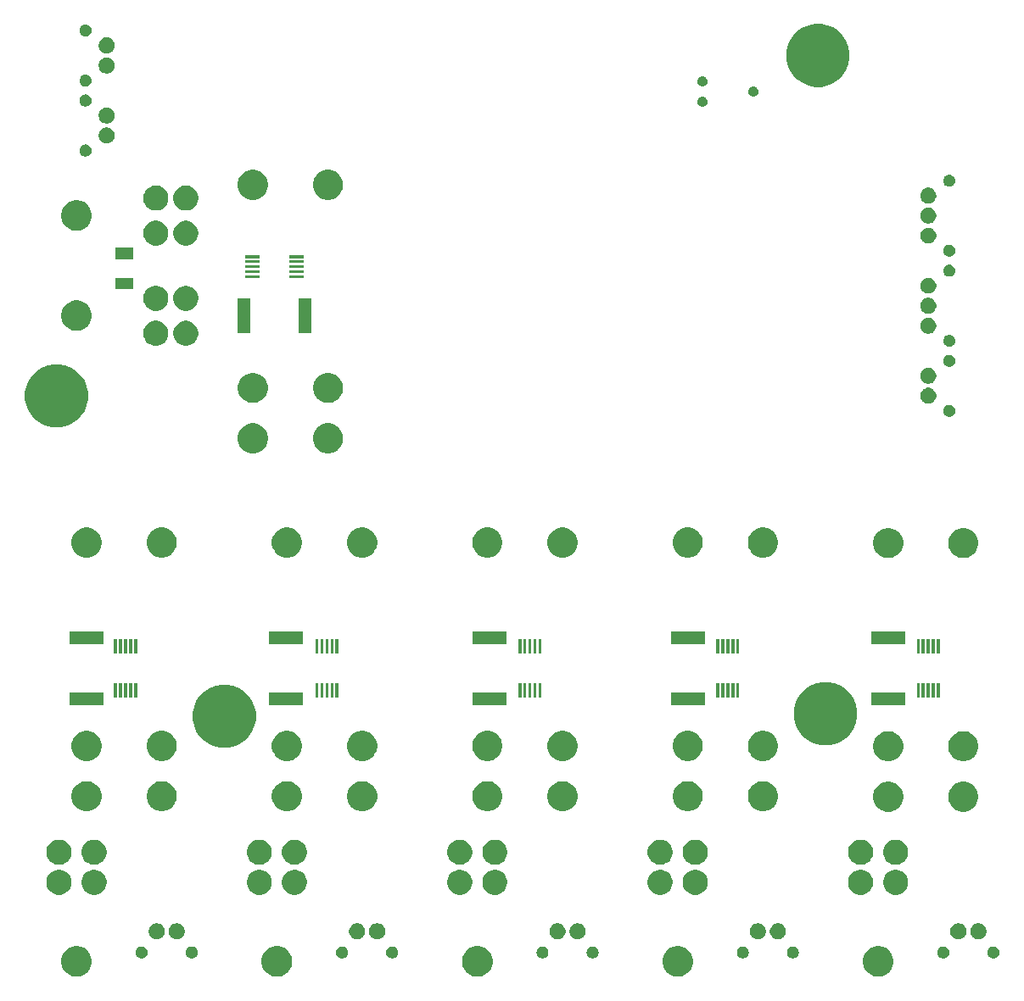
<source format=gbs>
G04 #@! TF.GenerationSoftware,KiCad,Pcbnew,5.0.1-33cea8e~68~ubuntu18.04.1*
G04 #@! TF.CreationDate,2018-11-12T15:32:08+00:00*
G04 #@! TF.ProjectId,ignition,69676E6974696F6E2E6B696361645F70,rev?*
G04 #@! TF.SameCoordinates,Original*
G04 #@! TF.FileFunction,Soldermask,Bot*
G04 #@! TF.FilePolarity,Negative*
%FSLAX46Y46*%
G04 Gerber Fmt 4.6, Leading zero omitted, Abs format (unit mm)*
G04 Created by KiCad (PCBNEW 5.0.1-33cea8e~68~ubuntu18.04.1) date Mon 12 Nov 2018 15:32:08 GMT*
%MOMM*%
%LPD*%
G01*
G04 APERTURE LIST*
%ADD10C,0.100000*%
G04 APERTURE END LIST*
D10*
G36*
X66444534Y-113034566D02*
X66721888Y-113149450D01*
X66971493Y-113316230D01*
X67183770Y-113528507D01*
X67350550Y-113778112D01*
X67465434Y-114055466D01*
X67524000Y-114349899D01*
X67524000Y-114650101D01*
X67465434Y-114944534D01*
X67350550Y-115221888D01*
X67183770Y-115471493D01*
X66971493Y-115683770D01*
X66721888Y-115850550D01*
X66444534Y-115965434D01*
X66150101Y-116024000D01*
X65849899Y-116024000D01*
X65555466Y-115965434D01*
X65278112Y-115850550D01*
X65028507Y-115683770D01*
X64816230Y-115471493D01*
X64649450Y-115221888D01*
X64534566Y-114944534D01*
X64476000Y-114650101D01*
X64476000Y-114349899D01*
X64534566Y-114055466D01*
X64649450Y-113778112D01*
X64816230Y-113528507D01*
X65028507Y-113316230D01*
X65278112Y-113149450D01*
X65555466Y-113034566D01*
X65849899Y-112976000D01*
X66150101Y-112976000D01*
X66444534Y-113034566D01*
X66444534Y-113034566D01*
G37*
G36*
X86444534Y-113034566D02*
X86721888Y-113149450D01*
X86971493Y-113316230D01*
X87183770Y-113528507D01*
X87350550Y-113778112D01*
X87465434Y-114055466D01*
X87524000Y-114349899D01*
X87524000Y-114650101D01*
X87465434Y-114944534D01*
X87350550Y-115221888D01*
X87183770Y-115471493D01*
X86971493Y-115683770D01*
X86721888Y-115850550D01*
X86444534Y-115965434D01*
X86150101Y-116024000D01*
X85849899Y-116024000D01*
X85555466Y-115965434D01*
X85278112Y-115850550D01*
X85028507Y-115683770D01*
X84816230Y-115471493D01*
X84649450Y-115221888D01*
X84534566Y-114944534D01*
X84476000Y-114650101D01*
X84476000Y-114349899D01*
X84534566Y-114055466D01*
X84649450Y-113778112D01*
X84816230Y-113528507D01*
X85028507Y-113316230D01*
X85278112Y-113149450D01*
X85555466Y-113034566D01*
X85849899Y-112976000D01*
X86150101Y-112976000D01*
X86444534Y-113034566D01*
X86444534Y-113034566D01*
G37*
G36*
X106444534Y-113034566D02*
X106721888Y-113149450D01*
X106971493Y-113316230D01*
X107183770Y-113528507D01*
X107350550Y-113778112D01*
X107465434Y-114055466D01*
X107524000Y-114349899D01*
X107524000Y-114650101D01*
X107465434Y-114944534D01*
X107350550Y-115221888D01*
X107183770Y-115471493D01*
X106971493Y-115683770D01*
X106721888Y-115850550D01*
X106444534Y-115965434D01*
X106150101Y-116024000D01*
X105849899Y-116024000D01*
X105555466Y-115965434D01*
X105278112Y-115850550D01*
X105028507Y-115683770D01*
X104816230Y-115471493D01*
X104649450Y-115221888D01*
X104534566Y-114944534D01*
X104476000Y-114650101D01*
X104476000Y-114349899D01*
X104534566Y-114055466D01*
X104649450Y-113778112D01*
X104816230Y-113528507D01*
X105028507Y-113316230D01*
X105278112Y-113149450D01*
X105555466Y-113034566D01*
X105849899Y-112976000D01*
X106150101Y-112976000D01*
X106444534Y-113034566D01*
X106444534Y-113034566D01*
G37*
G36*
X46444534Y-113034566D02*
X46721888Y-113149450D01*
X46971493Y-113316230D01*
X47183770Y-113528507D01*
X47350550Y-113778112D01*
X47465434Y-114055466D01*
X47524000Y-114349899D01*
X47524000Y-114650101D01*
X47465434Y-114944534D01*
X47350550Y-115221888D01*
X47183770Y-115471493D01*
X46971493Y-115683770D01*
X46721888Y-115850550D01*
X46444534Y-115965434D01*
X46150101Y-116024000D01*
X45849899Y-116024000D01*
X45555466Y-115965434D01*
X45278112Y-115850550D01*
X45028507Y-115683770D01*
X44816230Y-115471493D01*
X44649450Y-115221888D01*
X44534566Y-114944534D01*
X44476000Y-114650101D01*
X44476000Y-114349899D01*
X44534566Y-114055466D01*
X44649450Y-113778112D01*
X44816230Y-113528507D01*
X45028507Y-113316230D01*
X45278112Y-113149450D01*
X45555466Y-113034566D01*
X45849899Y-112976000D01*
X46150101Y-112976000D01*
X46444534Y-113034566D01*
X46444534Y-113034566D01*
G37*
G36*
X26444534Y-113034566D02*
X26721888Y-113149450D01*
X26971493Y-113316230D01*
X27183770Y-113528507D01*
X27350550Y-113778112D01*
X27465434Y-114055466D01*
X27524000Y-114349899D01*
X27524000Y-114650101D01*
X27465434Y-114944534D01*
X27350550Y-115221888D01*
X27183770Y-115471493D01*
X26971493Y-115683770D01*
X26721888Y-115850550D01*
X26444534Y-115965434D01*
X26150101Y-116024000D01*
X25849899Y-116024000D01*
X25555466Y-115965434D01*
X25278112Y-115850550D01*
X25028507Y-115683770D01*
X24816230Y-115471493D01*
X24649450Y-115221888D01*
X24534566Y-114944534D01*
X24476000Y-114650101D01*
X24476000Y-114349899D01*
X24534566Y-114055466D01*
X24649450Y-113778112D01*
X24816230Y-113528507D01*
X25028507Y-113316230D01*
X25278112Y-113149450D01*
X25555466Y-113034566D01*
X25849899Y-112976000D01*
X26150101Y-112976000D01*
X26444534Y-113034566D01*
X26444534Y-113034566D01*
G37*
G36*
X112675012Y-113023057D02*
X112675015Y-113023058D01*
X112675014Y-113023058D01*
X112784207Y-113068287D01*
X112882148Y-113133729D01*
X112882481Y-113133952D01*
X112966048Y-113217519D01*
X112966050Y-113217522D01*
X113031713Y-113315793D01*
X113069183Y-113406253D01*
X113076943Y-113424988D01*
X113100000Y-113540904D01*
X113100000Y-113659096D01*
X113076943Y-113775012D01*
X113076942Y-113775014D01*
X113031713Y-113884207D01*
X112966271Y-113982148D01*
X112966048Y-113982481D01*
X112882481Y-114066048D01*
X112882478Y-114066050D01*
X112784207Y-114131713D01*
X112693747Y-114169183D01*
X112675012Y-114176943D01*
X112559096Y-114200000D01*
X112440904Y-114200000D01*
X112324988Y-114176943D01*
X112306253Y-114169183D01*
X112215793Y-114131713D01*
X112117522Y-114066050D01*
X112117519Y-114066048D01*
X112033952Y-113982481D01*
X112033729Y-113982148D01*
X111968287Y-113884207D01*
X111923058Y-113775014D01*
X111923057Y-113775012D01*
X111900000Y-113659096D01*
X111900000Y-113540904D01*
X111923057Y-113424988D01*
X111930817Y-113406253D01*
X111968287Y-113315793D01*
X112033950Y-113217522D01*
X112033952Y-113217519D01*
X112117519Y-113133952D01*
X112117852Y-113133729D01*
X112215793Y-113068287D01*
X112324986Y-113023058D01*
X112324985Y-113023058D01*
X112324988Y-113023057D01*
X112440904Y-113000000D01*
X112559096Y-113000000D01*
X112675012Y-113023057D01*
X112675012Y-113023057D01*
G37*
G36*
X92675012Y-113023057D02*
X92675015Y-113023058D01*
X92675014Y-113023058D01*
X92784207Y-113068287D01*
X92882148Y-113133729D01*
X92882481Y-113133952D01*
X92966048Y-113217519D01*
X92966050Y-113217522D01*
X93031713Y-113315793D01*
X93069183Y-113406253D01*
X93076943Y-113424988D01*
X93100000Y-113540904D01*
X93100000Y-113659096D01*
X93076943Y-113775012D01*
X93076942Y-113775014D01*
X93031713Y-113884207D01*
X92966271Y-113982148D01*
X92966048Y-113982481D01*
X92882481Y-114066048D01*
X92882478Y-114066050D01*
X92784207Y-114131713D01*
X92693747Y-114169183D01*
X92675012Y-114176943D01*
X92559096Y-114200000D01*
X92440904Y-114200000D01*
X92324988Y-114176943D01*
X92306253Y-114169183D01*
X92215793Y-114131713D01*
X92117522Y-114066050D01*
X92117519Y-114066048D01*
X92033952Y-113982481D01*
X92033729Y-113982148D01*
X91968287Y-113884207D01*
X91923058Y-113775014D01*
X91923057Y-113775012D01*
X91900000Y-113659096D01*
X91900000Y-113540904D01*
X91923057Y-113424988D01*
X91930817Y-113406253D01*
X91968287Y-113315793D01*
X92033950Y-113217522D01*
X92033952Y-113217519D01*
X92117519Y-113133952D01*
X92117852Y-113133729D01*
X92215793Y-113068287D01*
X92324986Y-113023058D01*
X92324985Y-113023058D01*
X92324988Y-113023057D01*
X92440904Y-113000000D01*
X92559096Y-113000000D01*
X92675012Y-113023057D01*
X92675012Y-113023057D01*
G37*
G36*
X77675012Y-113023057D02*
X77675015Y-113023058D01*
X77675014Y-113023058D01*
X77784207Y-113068287D01*
X77882148Y-113133729D01*
X77882481Y-113133952D01*
X77966048Y-113217519D01*
X77966050Y-113217522D01*
X78031713Y-113315793D01*
X78069183Y-113406253D01*
X78076943Y-113424988D01*
X78100000Y-113540904D01*
X78100000Y-113659096D01*
X78076943Y-113775012D01*
X78076942Y-113775014D01*
X78031713Y-113884207D01*
X77966271Y-113982148D01*
X77966048Y-113982481D01*
X77882481Y-114066048D01*
X77882478Y-114066050D01*
X77784207Y-114131713D01*
X77693747Y-114169183D01*
X77675012Y-114176943D01*
X77559096Y-114200000D01*
X77440904Y-114200000D01*
X77324988Y-114176943D01*
X77306253Y-114169183D01*
X77215793Y-114131713D01*
X77117522Y-114066050D01*
X77117519Y-114066048D01*
X77033952Y-113982481D01*
X77033729Y-113982148D01*
X76968287Y-113884207D01*
X76923058Y-113775014D01*
X76923057Y-113775012D01*
X76900000Y-113659096D01*
X76900000Y-113540904D01*
X76923057Y-113424988D01*
X76930817Y-113406253D01*
X76968287Y-113315793D01*
X77033950Y-113217522D01*
X77033952Y-113217519D01*
X77117519Y-113133952D01*
X77117852Y-113133729D01*
X77215793Y-113068287D01*
X77324986Y-113023058D01*
X77324985Y-113023058D01*
X77324988Y-113023057D01*
X77440904Y-113000000D01*
X77559096Y-113000000D01*
X77675012Y-113023057D01*
X77675012Y-113023057D01*
G37*
G36*
X72675012Y-113023057D02*
X72675015Y-113023058D01*
X72675014Y-113023058D01*
X72784207Y-113068287D01*
X72882148Y-113133729D01*
X72882481Y-113133952D01*
X72966048Y-113217519D01*
X72966050Y-113217522D01*
X73031713Y-113315793D01*
X73069183Y-113406253D01*
X73076943Y-113424988D01*
X73100000Y-113540904D01*
X73100000Y-113659096D01*
X73076943Y-113775012D01*
X73076942Y-113775014D01*
X73031713Y-113884207D01*
X72966271Y-113982148D01*
X72966048Y-113982481D01*
X72882481Y-114066048D01*
X72882478Y-114066050D01*
X72784207Y-114131713D01*
X72693747Y-114169183D01*
X72675012Y-114176943D01*
X72559096Y-114200000D01*
X72440904Y-114200000D01*
X72324988Y-114176943D01*
X72306253Y-114169183D01*
X72215793Y-114131713D01*
X72117522Y-114066050D01*
X72117519Y-114066048D01*
X72033952Y-113982481D01*
X72033729Y-113982148D01*
X71968287Y-113884207D01*
X71923058Y-113775014D01*
X71923057Y-113775012D01*
X71900000Y-113659096D01*
X71900000Y-113540904D01*
X71923057Y-113424988D01*
X71930817Y-113406253D01*
X71968287Y-113315793D01*
X72033950Y-113217522D01*
X72033952Y-113217519D01*
X72117519Y-113133952D01*
X72117852Y-113133729D01*
X72215793Y-113068287D01*
X72324986Y-113023058D01*
X72324985Y-113023058D01*
X72324988Y-113023057D01*
X72440904Y-113000000D01*
X72559096Y-113000000D01*
X72675012Y-113023057D01*
X72675012Y-113023057D01*
G37*
G36*
X57675012Y-113023057D02*
X57675015Y-113023058D01*
X57675014Y-113023058D01*
X57784207Y-113068287D01*
X57882148Y-113133729D01*
X57882481Y-113133952D01*
X57966048Y-113217519D01*
X57966050Y-113217522D01*
X58031713Y-113315793D01*
X58069183Y-113406253D01*
X58076943Y-113424988D01*
X58100000Y-113540904D01*
X58100000Y-113659096D01*
X58076943Y-113775012D01*
X58076942Y-113775014D01*
X58031713Y-113884207D01*
X57966271Y-113982148D01*
X57966048Y-113982481D01*
X57882481Y-114066048D01*
X57882478Y-114066050D01*
X57784207Y-114131713D01*
X57693747Y-114169183D01*
X57675012Y-114176943D01*
X57559096Y-114200000D01*
X57440904Y-114200000D01*
X57324988Y-114176943D01*
X57306253Y-114169183D01*
X57215793Y-114131713D01*
X57117522Y-114066050D01*
X57117519Y-114066048D01*
X57033952Y-113982481D01*
X57033729Y-113982148D01*
X56968287Y-113884207D01*
X56923058Y-113775014D01*
X56923057Y-113775012D01*
X56900000Y-113659096D01*
X56900000Y-113540904D01*
X56923057Y-113424988D01*
X56930817Y-113406253D01*
X56968287Y-113315793D01*
X57033950Y-113217522D01*
X57033952Y-113217519D01*
X57117519Y-113133952D01*
X57117852Y-113133729D01*
X57215793Y-113068287D01*
X57324986Y-113023058D01*
X57324985Y-113023058D01*
X57324988Y-113023057D01*
X57440904Y-113000000D01*
X57559096Y-113000000D01*
X57675012Y-113023057D01*
X57675012Y-113023057D01*
G37*
G36*
X52675012Y-113023057D02*
X52675015Y-113023058D01*
X52675014Y-113023058D01*
X52784207Y-113068287D01*
X52882148Y-113133729D01*
X52882481Y-113133952D01*
X52966048Y-113217519D01*
X52966050Y-113217522D01*
X53031713Y-113315793D01*
X53069183Y-113406253D01*
X53076943Y-113424988D01*
X53100000Y-113540904D01*
X53100000Y-113659096D01*
X53076943Y-113775012D01*
X53076942Y-113775014D01*
X53031713Y-113884207D01*
X52966271Y-113982148D01*
X52966048Y-113982481D01*
X52882481Y-114066048D01*
X52882478Y-114066050D01*
X52784207Y-114131713D01*
X52693747Y-114169183D01*
X52675012Y-114176943D01*
X52559096Y-114200000D01*
X52440904Y-114200000D01*
X52324988Y-114176943D01*
X52306253Y-114169183D01*
X52215793Y-114131713D01*
X52117522Y-114066050D01*
X52117519Y-114066048D01*
X52033952Y-113982481D01*
X52033729Y-113982148D01*
X51968287Y-113884207D01*
X51923058Y-113775014D01*
X51923057Y-113775012D01*
X51900000Y-113659096D01*
X51900000Y-113540904D01*
X51923057Y-113424988D01*
X51930817Y-113406253D01*
X51968287Y-113315793D01*
X52033950Y-113217522D01*
X52033952Y-113217519D01*
X52117519Y-113133952D01*
X52117852Y-113133729D01*
X52215793Y-113068287D01*
X52324986Y-113023058D01*
X52324985Y-113023058D01*
X52324988Y-113023057D01*
X52440904Y-113000000D01*
X52559096Y-113000000D01*
X52675012Y-113023057D01*
X52675012Y-113023057D01*
G37*
G36*
X32675012Y-113023057D02*
X32675015Y-113023058D01*
X32675014Y-113023058D01*
X32784207Y-113068287D01*
X32882148Y-113133729D01*
X32882481Y-113133952D01*
X32966048Y-113217519D01*
X32966050Y-113217522D01*
X33031713Y-113315793D01*
X33069183Y-113406253D01*
X33076943Y-113424988D01*
X33100000Y-113540904D01*
X33100000Y-113659096D01*
X33076943Y-113775012D01*
X33076942Y-113775014D01*
X33031713Y-113884207D01*
X32966271Y-113982148D01*
X32966048Y-113982481D01*
X32882481Y-114066048D01*
X32882478Y-114066050D01*
X32784207Y-114131713D01*
X32693747Y-114169183D01*
X32675012Y-114176943D01*
X32559096Y-114200000D01*
X32440904Y-114200000D01*
X32324988Y-114176943D01*
X32306253Y-114169183D01*
X32215793Y-114131713D01*
X32117522Y-114066050D01*
X32117519Y-114066048D01*
X32033952Y-113982481D01*
X32033729Y-113982148D01*
X31968287Y-113884207D01*
X31923058Y-113775014D01*
X31923057Y-113775012D01*
X31900000Y-113659096D01*
X31900000Y-113540904D01*
X31923057Y-113424988D01*
X31930817Y-113406253D01*
X31968287Y-113315793D01*
X32033950Y-113217522D01*
X32033952Y-113217519D01*
X32117519Y-113133952D01*
X32117852Y-113133729D01*
X32215793Y-113068287D01*
X32324986Y-113023058D01*
X32324985Y-113023058D01*
X32324988Y-113023057D01*
X32440904Y-113000000D01*
X32559096Y-113000000D01*
X32675012Y-113023057D01*
X32675012Y-113023057D01*
G37*
G36*
X37675012Y-113023057D02*
X37675015Y-113023058D01*
X37675014Y-113023058D01*
X37784207Y-113068287D01*
X37882148Y-113133729D01*
X37882481Y-113133952D01*
X37966048Y-113217519D01*
X37966050Y-113217522D01*
X38031713Y-113315793D01*
X38069183Y-113406253D01*
X38076943Y-113424988D01*
X38100000Y-113540904D01*
X38100000Y-113659096D01*
X38076943Y-113775012D01*
X38076942Y-113775014D01*
X38031713Y-113884207D01*
X37966271Y-113982148D01*
X37966048Y-113982481D01*
X37882481Y-114066048D01*
X37882478Y-114066050D01*
X37784207Y-114131713D01*
X37693747Y-114169183D01*
X37675012Y-114176943D01*
X37559096Y-114200000D01*
X37440904Y-114200000D01*
X37324988Y-114176943D01*
X37306253Y-114169183D01*
X37215793Y-114131713D01*
X37117522Y-114066050D01*
X37117519Y-114066048D01*
X37033952Y-113982481D01*
X37033729Y-113982148D01*
X36968287Y-113884207D01*
X36923058Y-113775014D01*
X36923057Y-113775012D01*
X36900000Y-113659096D01*
X36900000Y-113540904D01*
X36923057Y-113424988D01*
X36930817Y-113406253D01*
X36968287Y-113315793D01*
X37033950Y-113217522D01*
X37033952Y-113217519D01*
X37117519Y-113133952D01*
X37117852Y-113133729D01*
X37215793Y-113068287D01*
X37324986Y-113023058D01*
X37324985Y-113023058D01*
X37324988Y-113023057D01*
X37440904Y-113000000D01*
X37559096Y-113000000D01*
X37675012Y-113023057D01*
X37675012Y-113023057D01*
G37*
G36*
X117675012Y-113023057D02*
X117675015Y-113023058D01*
X117675014Y-113023058D01*
X117784207Y-113068287D01*
X117882148Y-113133729D01*
X117882481Y-113133952D01*
X117966048Y-113217519D01*
X117966050Y-113217522D01*
X118031713Y-113315793D01*
X118069183Y-113406253D01*
X118076943Y-113424988D01*
X118100000Y-113540904D01*
X118100000Y-113659096D01*
X118076943Y-113775012D01*
X118076942Y-113775014D01*
X118031713Y-113884207D01*
X117966271Y-113982148D01*
X117966048Y-113982481D01*
X117882481Y-114066048D01*
X117882478Y-114066050D01*
X117784207Y-114131713D01*
X117693747Y-114169183D01*
X117675012Y-114176943D01*
X117559096Y-114200000D01*
X117440904Y-114200000D01*
X117324988Y-114176943D01*
X117306253Y-114169183D01*
X117215793Y-114131713D01*
X117117522Y-114066050D01*
X117117519Y-114066048D01*
X117033952Y-113982481D01*
X117033729Y-113982148D01*
X116968287Y-113884207D01*
X116923058Y-113775014D01*
X116923057Y-113775012D01*
X116900000Y-113659096D01*
X116900000Y-113540904D01*
X116923057Y-113424988D01*
X116930817Y-113406253D01*
X116968287Y-113315793D01*
X117033950Y-113217522D01*
X117033952Y-113217519D01*
X117117519Y-113133952D01*
X117117852Y-113133729D01*
X117215793Y-113068287D01*
X117324986Y-113023058D01*
X117324985Y-113023058D01*
X117324988Y-113023057D01*
X117440904Y-113000000D01*
X117559096Y-113000000D01*
X117675012Y-113023057D01*
X117675012Y-113023057D01*
G37*
G36*
X97675012Y-113023057D02*
X97675015Y-113023058D01*
X97675014Y-113023058D01*
X97784207Y-113068287D01*
X97882148Y-113133729D01*
X97882481Y-113133952D01*
X97966048Y-113217519D01*
X97966050Y-113217522D01*
X98031713Y-113315793D01*
X98069183Y-113406253D01*
X98076943Y-113424988D01*
X98100000Y-113540904D01*
X98100000Y-113659096D01*
X98076943Y-113775012D01*
X98076942Y-113775014D01*
X98031713Y-113884207D01*
X97966271Y-113982148D01*
X97966048Y-113982481D01*
X97882481Y-114066048D01*
X97882478Y-114066050D01*
X97784207Y-114131713D01*
X97693747Y-114169183D01*
X97675012Y-114176943D01*
X97559096Y-114200000D01*
X97440904Y-114200000D01*
X97324988Y-114176943D01*
X97306253Y-114169183D01*
X97215793Y-114131713D01*
X97117522Y-114066050D01*
X97117519Y-114066048D01*
X97033952Y-113982481D01*
X97033729Y-113982148D01*
X96968287Y-113884207D01*
X96923058Y-113775014D01*
X96923057Y-113775012D01*
X96900000Y-113659096D01*
X96900000Y-113540904D01*
X96923057Y-113424988D01*
X96930817Y-113406253D01*
X96968287Y-113315793D01*
X97033950Y-113217522D01*
X97033952Y-113217519D01*
X97117519Y-113133952D01*
X97117852Y-113133729D01*
X97215793Y-113068287D01*
X97324986Y-113023058D01*
X97324985Y-113023058D01*
X97324988Y-113023057D01*
X97440904Y-113000000D01*
X97559096Y-113000000D01*
X97675012Y-113023057D01*
X97675012Y-113023057D01*
G37*
G36*
X114233351Y-110730743D02*
X114378942Y-110791049D01*
X114509090Y-110878011D01*
X114509973Y-110878601D01*
X114621399Y-110990027D01*
X114621401Y-110990030D01*
X114708951Y-111121058D01*
X114769257Y-111266649D01*
X114800000Y-111421207D01*
X114800000Y-111578793D01*
X114769257Y-111733351D01*
X114708951Y-111878942D01*
X114621989Y-112009090D01*
X114621399Y-112009973D01*
X114509973Y-112121399D01*
X114509970Y-112121401D01*
X114378942Y-112208951D01*
X114233351Y-112269257D01*
X114078794Y-112300000D01*
X113921206Y-112300000D01*
X113766649Y-112269257D01*
X113621058Y-112208951D01*
X113490030Y-112121401D01*
X113490027Y-112121399D01*
X113378601Y-112009973D01*
X113378011Y-112009090D01*
X113291049Y-111878942D01*
X113230743Y-111733351D01*
X113200000Y-111578793D01*
X113200000Y-111421207D01*
X113230743Y-111266649D01*
X113291049Y-111121058D01*
X113378599Y-110990030D01*
X113378601Y-110990027D01*
X113490027Y-110878601D01*
X113490910Y-110878011D01*
X113621058Y-110791049D01*
X113766649Y-110730743D01*
X113921206Y-110700000D01*
X114078794Y-110700000D01*
X114233351Y-110730743D01*
X114233351Y-110730743D01*
G37*
G36*
X96233351Y-110730743D02*
X96378942Y-110791049D01*
X96509090Y-110878011D01*
X96509973Y-110878601D01*
X96621399Y-110990027D01*
X96621401Y-110990030D01*
X96708951Y-111121058D01*
X96769257Y-111266649D01*
X96800000Y-111421207D01*
X96800000Y-111578793D01*
X96769257Y-111733351D01*
X96708951Y-111878942D01*
X96621989Y-112009090D01*
X96621399Y-112009973D01*
X96509973Y-112121399D01*
X96509970Y-112121401D01*
X96378942Y-112208951D01*
X96233351Y-112269257D01*
X96078794Y-112300000D01*
X95921206Y-112300000D01*
X95766649Y-112269257D01*
X95621058Y-112208951D01*
X95490030Y-112121401D01*
X95490027Y-112121399D01*
X95378601Y-112009973D01*
X95378011Y-112009090D01*
X95291049Y-111878942D01*
X95230743Y-111733351D01*
X95200000Y-111578793D01*
X95200000Y-111421207D01*
X95230743Y-111266649D01*
X95291049Y-111121058D01*
X95378599Y-110990030D01*
X95378601Y-110990027D01*
X95490027Y-110878601D01*
X95490910Y-110878011D01*
X95621058Y-110791049D01*
X95766649Y-110730743D01*
X95921206Y-110700000D01*
X96078794Y-110700000D01*
X96233351Y-110730743D01*
X96233351Y-110730743D01*
G37*
G36*
X76233351Y-110730743D02*
X76378942Y-110791049D01*
X76509090Y-110878011D01*
X76509973Y-110878601D01*
X76621399Y-110990027D01*
X76621401Y-110990030D01*
X76708951Y-111121058D01*
X76769257Y-111266649D01*
X76800000Y-111421207D01*
X76800000Y-111578793D01*
X76769257Y-111733351D01*
X76708951Y-111878942D01*
X76621989Y-112009090D01*
X76621399Y-112009973D01*
X76509973Y-112121399D01*
X76509970Y-112121401D01*
X76378942Y-112208951D01*
X76233351Y-112269257D01*
X76078794Y-112300000D01*
X75921206Y-112300000D01*
X75766649Y-112269257D01*
X75621058Y-112208951D01*
X75490030Y-112121401D01*
X75490027Y-112121399D01*
X75378601Y-112009973D01*
X75378011Y-112009090D01*
X75291049Y-111878942D01*
X75230743Y-111733351D01*
X75200000Y-111578793D01*
X75200000Y-111421207D01*
X75230743Y-111266649D01*
X75291049Y-111121058D01*
X75378599Y-110990030D01*
X75378601Y-110990027D01*
X75490027Y-110878601D01*
X75490910Y-110878011D01*
X75621058Y-110791049D01*
X75766649Y-110730743D01*
X75921206Y-110700000D01*
X76078794Y-110700000D01*
X76233351Y-110730743D01*
X76233351Y-110730743D01*
G37*
G36*
X74233351Y-110730743D02*
X74378942Y-110791049D01*
X74509090Y-110878011D01*
X74509973Y-110878601D01*
X74621399Y-110990027D01*
X74621401Y-110990030D01*
X74708951Y-111121058D01*
X74769257Y-111266649D01*
X74800000Y-111421207D01*
X74800000Y-111578793D01*
X74769257Y-111733351D01*
X74708951Y-111878942D01*
X74621989Y-112009090D01*
X74621399Y-112009973D01*
X74509973Y-112121399D01*
X74509970Y-112121401D01*
X74378942Y-112208951D01*
X74233351Y-112269257D01*
X74078794Y-112300000D01*
X73921206Y-112300000D01*
X73766649Y-112269257D01*
X73621058Y-112208951D01*
X73490030Y-112121401D01*
X73490027Y-112121399D01*
X73378601Y-112009973D01*
X73378011Y-112009090D01*
X73291049Y-111878942D01*
X73230743Y-111733351D01*
X73200000Y-111578793D01*
X73200000Y-111421207D01*
X73230743Y-111266649D01*
X73291049Y-111121058D01*
X73378599Y-110990030D01*
X73378601Y-110990027D01*
X73490027Y-110878601D01*
X73490910Y-110878011D01*
X73621058Y-110791049D01*
X73766649Y-110730743D01*
X73921206Y-110700000D01*
X74078794Y-110700000D01*
X74233351Y-110730743D01*
X74233351Y-110730743D01*
G37*
G36*
X56233351Y-110730743D02*
X56378942Y-110791049D01*
X56509090Y-110878011D01*
X56509973Y-110878601D01*
X56621399Y-110990027D01*
X56621401Y-110990030D01*
X56708951Y-111121058D01*
X56769257Y-111266649D01*
X56800000Y-111421207D01*
X56800000Y-111578793D01*
X56769257Y-111733351D01*
X56708951Y-111878942D01*
X56621989Y-112009090D01*
X56621399Y-112009973D01*
X56509973Y-112121399D01*
X56509970Y-112121401D01*
X56378942Y-112208951D01*
X56233351Y-112269257D01*
X56078794Y-112300000D01*
X55921206Y-112300000D01*
X55766649Y-112269257D01*
X55621058Y-112208951D01*
X55490030Y-112121401D01*
X55490027Y-112121399D01*
X55378601Y-112009973D01*
X55378011Y-112009090D01*
X55291049Y-111878942D01*
X55230743Y-111733351D01*
X55200000Y-111578793D01*
X55200000Y-111421207D01*
X55230743Y-111266649D01*
X55291049Y-111121058D01*
X55378599Y-110990030D01*
X55378601Y-110990027D01*
X55490027Y-110878601D01*
X55490910Y-110878011D01*
X55621058Y-110791049D01*
X55766649Y-110730743D01*
X55921206Y-110700000D01*
X56078794Y-110700000D01*
X56233351Y-110730743D01*
X56233351Y-110730743D01*
G37*
G36*
X54233351Y-110730743D02*
X54378942Y-110791049D01*
X54509090Y-110878011D01*
X54509973Y-110878601D01*
X54621399Y-110990027D01*
X54621401Y-110990030D01*
X54708951Y-111121058D01*
X54769257Y-111266649D01*
X54800000Y-111421207D01*
X54800000Y-111578793D01*
X54769257Y-111733351D01*
X54708951Y-111878942D01*
X54621989Y-112009090D01*
X54621399Y-112009973D01*
X54509973Y-112121399D01*
X54509970Y-112121401D01*
X54378942Y-112208951D01*
X54233351Y-112269257D01*
X54078794Y-112300000D01*
X53921206Y-112300000D01*
X53766649Y-112269257D01*
X53621058Y-112208951D01*
X53490030Y-112121401D01*
X53490027Y-112121399D01*
X53378601Y-112009973D01*
X53378011Y-112009090D01*
X53291049Y-111878942D01*
X53230743Y-111733351D01*
X53200000Y-111578793D01*
X53200000Y-111421207D01*
X53230743Y-111266649D01*
X53291049Y-111121058D01*
X53378599Y-110990030D01*
X53378601Y-110990027D01*
X53490027Y-110878601D01*
X53490910Y-110878011D01*
X53621058Y-110791049D01*
X53766649Y-110730743D01*
X53921206Y-110700000D01*
X54078794Y-110700000D01*
X54233351Y-110730743D01*
X54233351Y-110730743D01*
G37*
G36*
X34233351Y-110730743D02*
X34378942Y-110791049D01*
X34509090Y-110878011D01*
X34509973Y-110878601D01*
X34621399Y-110990027D01*
X34621401Y-110990030D01*
X34708951Y-111121058D01*
X34769257Y-111266649D01*
X34800000Y-111421207D01*
X34800000Y-111578793D01*
X34769257Y-111733351D01*
X34708951Y-111878942D01*
X34621989Y-112009090D01*
X34621399Y-112009973D01*
X34509973Y-112121399D01*
X34509970Y-112121401D01*
X34378942Y-112208951D01*
X34233351Y-112269257D01*
X34078794Y-112300000D01*
X33921206Y-112300000D01*
X33766649Y-112269257D01*
X33621058Y-112208951D01*
X33490030Y-112121401D01*
X33490027Y-112121399D01*
X33378601Y-112009973D01*
X33378011Y-112009090D01*
X33291049Y-111878942D01*
X33230743Y-111733351D01*
X33200000Y-111578793D01*
X33200000Y-111421207D01*
X33230743Y-111266649D01*
X33291049Y-111121058D01*
X33378599Y-110990030D01*
X33378601Y-110990027D01*
X33490027Y-110878601D01*
X33490910Y-110878011D01*
X33621058Y-110791049D01*
X33766649Y-110730743D01*
X33921206Y-110700000D01*
X34078794Y-110700000D01*
X34233351Y-110730743D01*
X34233351Y-110730743D01*
G37*
G36*
X116233351Y-110730743D02*
X116378942Y-110791049D01*
X116509090Y-110878011D01*
X116509973Y-110878601D01*
X116621399Y-110990027D01*
X116621401Y-110990030D01*
X116708951Y-111121058D01*
X116769257Y-111266649D01*
X116800000Y-111421207D01*
X116800000Y-111578793D01*
X116769257Y-111733351D01*
X116708951Y-111878942D01*
X116621989Y-112009090D01*
X116621399Y-112009973D01*
X116509973Y-112121399D01*
X116509970Y-112121401D01*
X116378942Y-112208951D01*
X116233351Y-112269257D01*
X116078794Y-112300000D01*
X115921206Y-112300000D01*
X115766649Y-112269257D01*
X115621058Y-112208951D01*
X115490030Y-112121401D01*
X115490027Y-112121399D01*
X115378601Y-112009973D01*
X115378011Y-112009090D01*
X115291049Y-111878942D01*
X115230743Y-111733351D01*
X115200000Y-111578793D01*
X115200000Y-111421207D01*
X115230743Y-111266649D01*
X115291049Y-111121058D01*
X115378599Y-110990030D01*
X115378601Y-110990027D01*
X115490027Y-110878601D01*
X115490910Y-110878011D01*
X115621058Y-110791049D01*
X115766649Y-110730743D01*
X115921206Y-110700000D01*
X116078794Y-110700000D01*
X116233351Y-110730743D01*
X116233351Y-110730743D01*
G37*
G36*
X94233351Y-110730743D02*
X94378942Y-110791049D01*
X94509090Y-110878011D01*
X94509973Y-110878601D01*
X94621399Y-110990027D01*
X94621401Y-110990030D01*
X94708951Y-111121058D01*
X94769257Y-111266649D01*
X94800000Y-111421207D01*
X94800000Y-111578793D01*
X94769257Y-111733351D01*
X94708951Y-111878942D01*
X94621989Y-112009090D01*
X94621399Y-112009973D01*
X94509973Y-112121399D01*
X94509970Y-112121401D01*
X94378942Y-112208951D01*
X94233351Y-112269257D01*
X94078794Y-112300000D01*
X93921206Y-112300000D01*
X93766649Y-112269257D01*
X93621058Y-112208951D01*
X93490030Y-112121401D01*
X93490027Y-112121399D01*
X93378601Y-112009973D01*
X93378011Y-112009090D01*
X93291049Y-111878942D01*
X93230743Y-111733351D01*
X93200000Y-111578793D01*
X93200000Y-111421207D01*
X93230743Y-111266649D01*
X93291049Y-111121058D01*
X93378599Y-110990030D01*
X93378601Y-110990027D01*
X93490027Y-110878601D01*
X93490910Y-110878011D01*
X93621058Y-110791049D01*
X93766649Y-110730743D01*
X93921206Y-110700000D01*
X94078794Y-110700000D01*
X94233351Y-110730743D01*
X94233351Y-110730743D01*
G37*
G36*
X36233351Y-110730743D02*
X36378942Y-110791049D01*
X36509090Y-110878011D01*
X36509973Y-110878601D01*
X36621399Y-110990027D01*
X36621401Y-110990030D01*
X36708951Y-111121058D01*
X36769257Y-111266649D01*
X36800000Y-111421207D01*
X36800000Y-111578793D01*
X36769257Y-111733351D01*
X36708951Y-111878942D01*
X36621989Y-112009090D01*
X36621399Y-112009973D01*
X36509973Y-112121399D01*
X36509970Y-112121401D01*
X36378942Y-112208951D01*
X36233351Y-112269257D01*
X36078794Y-112300000D01*
X35921206Y-112300000D01*
X35766649Y-112269257D01*
X35621058Y-112208951D01*
X35490030Y-112121401D01*
X35490027Y-112121399D01*
X35378601Y-112009973D01*
X35378011Y-112009090D01*
X35291049Y-111878942D01*
X35230743Y-111733351D01*
X35200000Y-111578793D01*
X35200000Y-111421207D01*
X35230743Y-111266649D01*
X35291049Y-111121058D01*
X35378599Y-110990030D01*
X35378601Y-110990027D01*
X35490027Y-110878601D01*
X35490910Y-110878011D01*
X35621058Y-110791049D01*
X35766649Y-110730743D01*
X35921206Y-110700000D01*
X36078794Y-110700000D01*
X36233351Y-110730743D01*
X36233351Y-110730743D01*
G37*
G36*
X108114610Y-105388036D02*
X108342096Y-105482264D01*
X108546831Y-105619063D01*
X108720937Y-105793169D01*
X108857736Y-105997904D01*
X108951964Y-106225390D01*
X109000000Y-106466884D01*
X109000000Y-106713116D01*
X108951964Y-106954610D01*
X108857736Y-107182096D01*
X108720937Y-107386831D01*
X108546831Y-107560937D01*
X108342096Y-107697736D01*
X108114610Y-107791964D01*
X107873116Y-107840000D01*
X107626884Y-107840000D01*
X107385390Y-107791964D01*
X107157904Y-107697736D01*
X106953169Y-107560937D01*
X106779063Y-107386831D01*
X106642264Y-107182096D01*
X106548036Y-106954610D01*
X106500000Y-106713116D01*
X106500000Y-106466884D01*
X106548036Y-106225390D01*
X106642264Y-105997904D01*
X106779063Y-105793169D01*
X106953169Y-105619063D01*
X107157904Y-105482264D01*
X107385390Y-105388036D01*
X107626884Y-105340000D01*
X107873116Y-105340000D01*
X108114610Y-105388036D01*
X108114610Y-105388036D01*
G37*
G36*
X68114610Y-105388036D02*
X68342096Y-105482264D01*
X68546831Y-105619063D01*
X68720937Y-105793169D01*
X68857736Y-105997904D01*
X68951964Y-106225390D01*
X69000000Y-106466884D01*
X69000000Y-106713116D01*
X68951964Y-106954610D01*
X68857736Y-107182096D01*
X68720937Y-107386831D01*
X68546831Y-107560937D01*
X68342096Y-107697736D01*
X68114610Y-107791964D01*
X67873116Y-107840000D01*
X67626884Y-107840000D01*
X67385390Y-107791964D01*
X67157904Y-107697736D01*
X66953169Y-107560937D01*
X66779063Y-107386831D01*
X66642264Y-107182096D01*
X66548036Y-106954610D01*
X66500000Y-106713116D01*
X66500000Y-106466884D01*
X66548036Y-106225390D01*
X66642264Y-105997904D01*
X66779063Y-105793169D01*
X66953169Y-105619063D01*
X67157904Y-105482264D01*
X67385390Y-105388036D01*
X67626884Y-105340000D01*
X67873116Y-105340000D01*
X68114610Y-105388036D01*
X68114610Y-105388036D01*
G37*
G36*
X104614610Y-105388036D02*
X104842096Y-105482264D01*
X105046831Y-105619063D01*
X105220937Y-105793169D01*
X105357736Y-105997904D01*
X105451964Y-106225390D01*
X105500000Y-106466884D01*
X105500000Y-106713116D01*
X105451964Y-106954610D01*
X105357736Y-107182096D01*
X105220937Y-107386831D01*
X105046831Y-107560937D01*
X104842096Y-107697736D01*
X104614610Y-107791964D01*
X104373116Y-107840000D01*
X104126884Y-107840000D01*
X103885390Y-107791964D01*
X103657904Y-107697736D01*
X103453169Y-107560937D01*
X103279063Y-107386831D01*
X103142264Y-107182096D01*
X103048036Y-106954610D01*
X103000000Y-106713116D01*
X103000000Y-106466884D01*
X103048036Y-106225390D01*
X103142264Y-105997904D01*
X103279063Y-105793169D01*
X103453169Y-105619063D01*
X103657904Y-105482264D01*
X103885390Y-105388036D01*
X104126884Y-105340000D01*
X104373116Y-105340000D01*
X104614610Y-105388036D01*
X104614610Y-105388036D01*
G37*
G36*
X64614610Y-105388036D02*
X64842096Y-105482264D01*
X65046831Y-105619063D01*
X65220937Y-105793169D01*
X65357736Y-105997904D01*
X65451964Y-106225390D01*
X65500000Y-106466884D01*
X65500000Y-106713116D01*
X65451964Y-106954610D01*
X65357736Y-107182096D01*
X65220937Y-107386831D01*
X65046831Y-107560937D01*
X64842096Y-107697736D01*
X64614610Y-107791964D01*
X64373116Y-107840000D01*
X64126884Y-107840000D01*
X63885390Y-107791964D01*
X63657904Y-107697736D01*
X63453169Y-107560937D01*
X63279063Y-107386831D01*
X63142264Y-107182096D01*
X63048036Y-106954610D01*
X63000000Y-106713116D01*
X63000000Y-106466884D01*
X63048036Y-106225390D01*
X63142264Y-105997904D01*
X63279063Y-105793169D01*
X63453169Y-105619063D01*
X63657904Y-105482264D01*
X63885390Y-105388036D01*
X64126884Y-105340000D01*
X64373116Y-105340000D01*
X64614610Y-105388036D01*
X64614610Y-105388036D01*
G37*
G36*
X44614610Y-105388036D02*
X44842096Y-105482264D01*
X45046831Y-105619063D01*
X45220937Y-105793169D01*
X45357736Y-105997904D01*
X45451964Y-106225390D01*
X45500000Y-106466884D01*
X45500000Y-106713116D01*
X45451964Y-106954610D01*
X45357736Y-107182096D01*
X45220937Y-107386831D01*
X45046831Y-107560937D01*
X44842096Y-107697736D01*
X44614610Y-107791964D01*
X44373116Y-107840000D01*
X44126884Y-107840000D01*
X43885390Y-107791964D01*
X43657904Y-107697736D01*
X43453169Y-107560937D01*
X43279063Y-107386831D01*
X43142264Y-107182096D01*
X43048036Y-106954610D01*
X43000000Y-106713116D01*
X43000000Y-106466884D01*
X43048036Y-106225390D01*
X43142264Y-105997904D01*
X43279063Y-105793169D01*
X43453169Y-105619063D01*
X43657904Y-105482264D01*
X43885390Y-105388036D01*
X44126884Y-105340000D01*
X44373116Y-105340000D01*
X44614610Y-105388036D01*
X44614610Y-105388036D01*
G37*
G36*
X88114610Y-105388036D02*
X88342096Y-105482264D01*
X88546831Y-105619063D01*
X88720937Y-105793169D01*
X88857736Y-105997904D01*
X88951964Y-106225390D01*
X89000000Y-106466884D01*
X89000000Y-106713116D01*
X88951964Y-106954610D01*
X88857736Y-107182096D01*
X88720937Y-107386831D01*
X88546831Y-107560937D01*
X88342096Y-107697736D01*
X88114610Y-107791964D01*
X87873116Y-107840000D01*
X87626884Y-107840000D01*
X87385390Y-107791964D01*
X87157904Y-107697736D01*
X86953169Y-107560937D01*
X86779063Y-107386831D01*
X86642264Y-107182096D01*
X86548036Y-106954610D01*
X86500000Y-106713116D01*
X86500000Y-106466884D01*
X86548036Y-106225390D01*
X86642264Y-105997904D01*
X86779063Y-105793169D01*
X86953169Y-105619063D01*
X87157904Y-105482264D01*
X87385390Y-105388036D01*
X87626884Y-105340000D01*
X87873116Y-105340000D01*
X88114610Y-105388036D01*
X88114610Y-105388036D01*
G37*
G36*
X24614610Y-105388036D02*
X24842096Y-105482264D01*
X25046831Y-105619063D01*
X25220937Y-105793169D01*
X25357736Y-105997904D01*
X25451964Y-106225390D01*
X25500000Y-106466884D01*
X25500000Y-106713116D01*
X25451964Y-106954610D01*
X25357736Y-107182096D01*
X25220937Y-107386831D01*
X25046831Y-107560937D01*
X24842096Y-107697736D01*
X24614610Y-107791964D01*
X24373116Y-107840000D01*
X24126884Y-107840000D01*
X23885390Y-107791964D01*
X23657904Y-107697736D01*
X23453169Y-107560937D01*
X23279063Y-107386831D01*
X23142264Y-107182096D01*
X23048036Y-106954610D01*
X23000000Y-106713116D01*
X23000000Y-106466884D01*
X23048036Y-106225390D01*
X23142264Y-105997904D01*
X23279063Y-105793169D01*
X23453169Y-105619063D01*
X23657904Y-105482264D01*
X23885390Y-105388036D01*
X24126884Y-105340000D01*
X24373116Y-105340000D01*
X24614610Y-105388036D01*
X24614610Y-105388036D01*
G37*
G36*
X84614610Y-105388036D02*
X84842096Y-105482264D01*
X85046831Y-105619063D01*
X85220937Y-105793169D01*
X85357736Y-105997904D01*
X85451964Y-106225390D01*
X85500000Y-106466884D01*
X85500000Y-106713116D01*
X85451964Y-106954610D01*
X85357736Y-107182096D01*
X85220937Y-107386831D01*
X85046831Y-107560937D01*
X84842096Y-107697736D01*
X84614610Y-107791964D01*
X84373116Y-107840000D01*
X84126884Y-107840000D01*
X83885390Y-107791964D01*
X83657904Y-107697736D01*
X83453169Y-107560937D01*
X83279063Y-107386831D01*
X83142264Y-107182096D01*
X83048036Y-106954610D01*
X83000000Y-106713116D01*
X83000000Y-106466884D01*
X83048036Y-106225390D01*
X83142264Y-105997904D01*
X83279063Y-105793169D01*
X83453169Y-105619063D01*
X83657904Y-105482264D01*
X83885390Y-105388036D01*
X84126884Y-105340000D01*
X84373116Y-105340000D01*
X84614610Y-105388036D01*
X84614610Y-105388036D01*
G37*
G36*
X28114610Y-105388036D02*
X28342096Y-105482264D01*
X28546831Y-105619063D01*
X28720937Y-105793169D01*
X28857736Y-105997904D01*
X28951964Y-106225390D01*
X29000000Y-106466884D01*
X29000000Y-106713116D01*
X28951964Y-106954610D01*
X28857736Y-107182096D01*
X28720937Y-107386831D01*
X28546831Y-107560937D01*
X28342096Y-107697736D01*
X28114610Y-107791964D01*
X27873116Y-107840000D01*
X27626884Y-107840000D01*
X27385390Y-107791964D01*
X27157904Y-107697736D01*
X26953169Y-107560937D01*
X26779063Y-107386831D01*
X26642264Y-107182096D01*
X26548036Y-106954610D01*
X26500000Y-106713116D01*
X26500000Y-106466884D01*
X26548036Y-106225390D01*
X26642264Y-105997904D01*
X26779063Y-105793169D01*
X26953169Y-105619063D01*
X27157904Y-105482264D01*
X27385390Y-105388036D01*
X27626884Y-105340000D01*
X27873116Y-105340000D01*
X28114610Y-105388036D01*
X28114610Y-105388036D01*
G37*
G36*
X48114610Y-105388036D02*
X48342096Y-105482264D01*
X48546831Y-105619063D01*
X48720937Y-105793169D01*
X48857736Y-105997904D01*
X48951964Y-106225390D01*
X49000000Y-106466884D01*
X49000000Y-106713116D01*
X48951964Y-106954610D01*
X48857736Y-107182096D01*
X48720937Y-107386831D01*
X48546831Y-107560937D01*
X48342096Y-107697736D01*
X48114610Y-107791964D01*
X47873116Y-107840000D01*
X47626884Y-107840000D01*
X47385390Y-107791964D01*
X47157904Y-107697736D01*
X46953169Y-107560937D01*
X46779063Y-107386831D01*
X46642264Y-107182096D01*
X46548036Y-106954610D01*
X46500000Y-106713116D01*
X46500000Y-106466884D01*
X46548036Y-106225390D01*
X46642264Y-105997904D01*
X46779063Y-105793169D01*
X46953169Y-105619063D01*
X47157904Y-105482264D01*
X47385390Y-105388036D01*
X47626884Y-105340000D01*
X47873116Y-105340000D01*
X48114610Y-105388036D01*
X48114610Y-105388036D01*
G37*
G36*
X104614610Y-102388036D02*
X104842096Y-102482264D01*
X105046831Y-102619063D01*
X105220937Y-102793169D01*
X105357736Y-102997904D01*
X105451964Y-103225390D01*
X105500000Y-103466884D01*
X105500000Y-103713116D01*
X105451964Y-103954610D01*
X105357736Y-104182096D01*
X105220937Y-104386831D01*
X105046831Y-104560937D01*
X104842096Y-104697736D01*
X104614610Y-104791964D01*
X104373116Y-104840000D01*
X104126884Y-104840000D01*
X103885390Y-104791964D01*
X103657904Y-104697736D01*
X103453169Y-104560937D01*
X103279063Y-104386831D01*
X103142264Y-104182096D01*
X103048036Y-103954610D01*
X103000000Y-103713116D01*
X103000000Y-103466884D01*
X103048036Y-103225390D01*
X103142264Y-102997904D01*
X103279063Y-102793169D01*
X103453169Y-102619063D01*
X103657904Y-102482264D01*
X103885390Y-102388036D01*
X104126884Y-102340000D01*
X104373116Y-102340000D01*
X104614610Y-102388036D01*
X104614610Y-102388036D01*
G37*
G36*
X108114610Y-102388036D02*
X108342096Y-102482264D01*
X108546831Y-102619063D01*
X108720937Y-102793169D01*
X108857736Y-102997904D01*
X108951964Y-103225390D01*
X109000000Y-103466884D01*
X109000000Y-103713116D01*
X108951964Y-103954610D01*
X108857736Y-104182096D01*
X108720937Y-104386831D01*
X108546831Y-104560937D01*
X108342096Y-104697736D01*
X108114610Y-104791964D01*
X107873116Y-104840000D01*
X107626884Y-104840000D01*
X107385390Y-104791964D01*
X107157904Y-104697736D01*
X106953169Y-104560937D01*
X106779063Y-104386831D01*
X106642264Y-104182096D01*
X106548036Y-103954610D01*
X106500000Y-103713116D01*
X106500000Y-103466884D01*
X106548036Y-103225390D01*
X106642264Y-102997904D01*
X106779063Y-102793169D01*
X106953169Y-102619063D01*
X107157904Y-102482264D01*
X107385390Y-102388036D01*
X107626884Y-102340000D01*
X107873116Y-102340000D01*
X108114610Y-102388036D01*
X108114610Y-102388036D01*
G37*
G36*
X44614610Y-102388036D02*
X44842096Y-102482264D01*
X45046831Y-102619063D01*
X45220937Y-102793169D01*
X45357736Y-102997904D01*
X45451964Y-103225390D01*
X45500000Y-103466884D01*
X45500000Y-103713116D01*
X45451964Y-103954610D01*
X45357736Y-104182096D01*
X45220937Y-104386831D01*
X45046831Y-104560937D01*
X44842096Y-104697736D01*
X44614610Y-104791964D01*
X44373116Y-104840000D01*
X44126884Y-104840000D01*
X43885390Y-104791964D01*
X43657904Y-104697736D01*
X43453169Y-104560937D01*
X43279063Y-104386831D01*
X43142264Y-104182096D01*
X43048036Y-103954610D01*
X43000000Y-103713116D01*
X43000000Y-103466884D01*
X43048036Y-103225390D01*
X43142264Y-102997904D01*
X43279063Y-102793169D01*
X43453169Y-102619063D01*
X43657904Y-102482264D01*
X43885390Y-102388036D01*
X44126884Y-102340000D01*
X44373116Y-102340000D01*
X44614610Y-102388036D01*
X44614610Y-102388036D01*
G37*
G36*
X48114610Y-102388036D02*
X48342096Y-102482264D01*
X48546831Y-102619063D01*
X48720937Y-102793169D01*
X48857736Y-102997904D01*
X48951964Y-103225390D01*
X49000000Y-103466884D01*
X49000000Y-103713116D01*
X48951964Y-103954610D01*
X48857736Y-104182096D01*
X48720937Y-104386831D01*
X48546831Y-104560937D01*
X48342096Y-104697736D01*
X48114610Y-104791964D01*
X47873116Y-104840000D01*
X47626884Y-104840000D01*
X47385390Y-104791964D01*
X47157904Y-104697736D01*
X46953169Y-104560937D01*
X46779063Y-104386831D01*
X46642264Y-104182096D01*
X46548036Y-103954610D01*
X46500000Y-103713116D01*
X46500000Y-103466884D01*
X46548036Y-103225390D01*
X46642264Y-102997904D01*
X46779063Y-102793169D01*
X46953169Y-102619063D01*
X47157904Y-102482264D01*
X47385390Y-102388036D01*
X47626884Y-102340000D01*
X47873116Y-102340000D01*
X48114610Y-102388036D01*
X48114610Y-102388036D01*
G37*
G36*
X88114610Y-102388036D02*
X88342096Y-102482264D01*
X88546831Y-102619063D01*
X88720937Y-102793169D01*
X88857736Y-102997904D01*
X88951964Y-103225390D01*
X89000000Y-103466884D01*
X89000000Y-103713116D01*
X88951964Y-103954610D01*
X88857736Y-104182096D01*
X88720937Y-104386831D01*
X88546831Y-104560937D01*
X88342096Y-104697736D01*
X88114610Y-104791964D01*
X87873116Y-104840000D01*
X87626884Y-104840000D01*
X87385390Y-104791964D01*
X87157904Y-104697736D01*
X86953169Y-104560937D01*
X86779063Y-104386831D01*
X86642264Y-104182096D01*
X86548036Y-103954610D01*
X86500000Y-103713116D01*
X86500000Y-103466884D01*
X86548036Y-103225390D01*
X86642264Y-102997904D01*
X86779063Y-102793169D01*
X86953169Y-102619063D01*
X87157904Y-102482264D01*
X87385390Y-102388036D01*
X87626884Y-102340000D01*
X87873116Y-102340000D01*
X88114610Y-102388036D01*
X88114610Y-102388036D01*
G37*
G36*
X28114610Y-102388036D02*
X28342096Y-102482264D01*
X28546831Y-102619063D01*
X28720937Y-102793169D01*
X28857736Y-102997904D01*
X28951964Y-103225390D01*
X29000000Y-103466884D01*
X29000000Y-103713116D01*
X28951964Y-103954610D01*
X28857736Y-104182096D01*
X28720937Y-104386831D01*
X28546831Y-104560937D01*
X28342096Y-104697736D01*
X28114610Y-104791964D01*
X27873116Y-104840000D01*
X27626884Y-104840000D01*
X27385390Y-104791964D01*
X27157904Y-104697736D01*
X26953169Y-104560937D01*
X26779063Y-104386831D01*
X26642264Y-104182096D01*
X26548036Y-103954610D01*
X26500000Y-103713116D01*
X26500000Y-103466884D01*
X26548036Y-103225390D01*
X26642264Y-102997904D01*
X26779063Y-102793169D01*
X26953169Y-102619063D01*
X27157904Y-102482264D01*
X27385390Y-102388036D01*
X27626884Y-102340000D01*
X27873116Y-102340000D01*
X28114610Y-102388036D01*
X28114610Y-102388036D01*
G37*
G36*
X24614610Y-102388036D02*
X24842096Y-102482264D01*
X25046831Y-102619063D01*
X25220937Y-102793169D01*
X25357736Y-102997904D01*
X25451964Y-103225390D01*
X25500000Y-103466884D01*
X25500000Y-103713116D01*
X25451964Y-103954610D01*
X25357736Y-104182096D01*
X25220937Y-104386831D01*
X25046831Y-104560937D01*
X24842096Y-104697736D01*
X24614610Y-104791964D01*
X24373116Y-104840000D01*
X24126884Y-104840000D01*
X23885390Y-104791964D01*
X23657904Y-104697736D01*
X23453169Y-104560937D01*
X23279063Y-104386831D01*
X23142264Y-104182096D01*
X23048036Y-103954610D01*
X23000000Y-103713116D01*
X23000000Y-103466884D01*
X23048036Y-103225390D01*
X23142264Y-102997904D01*
X23279063Y-102793169D01*
X23453169Y-102619063D01*
X23657904Y-102482264D01*
X23885390Y-102388036D01*
X24126884Y-102340000D01*
X24373116Y-102340000D01*
X24614610Y-102388036D01*
X24614610Y-102388036D01*
G37*
G36*
X84614610Y-102388036D02*
X84842096Y-102482264D01*
X85046831Y-102619063D01*
X85220937Y-102793169D01*
X85357736Y-102997904D01*
X85451964Y-103225390D01*
X85500000Y-103466884D01*
X85500000Y-103713116D01*
X85451964Y-103954610D01*
X85357736Y-104182096D01*
X85220937Y-104386831D01*
X85046831Y-104560937D01*
X84842096Y-104697736D01*
X84614610Y-104791964D01*
X84373116Y-104840000D01*
X84126884Y-104840000D01*
X83885390Y-104791964D01*
X83657904Y-104697736D01*
X83453169Y-104560937D01*
X83279063Y-104386831D01*
X83142264Y-104182096D01*
X83048036Y-103954610D01*
X83000000Y-103713116D01*
X83000000Y-103466884D01*
X83048036Y-103225390D01*
X83142264Y-102997904D01*
X83279063Y-102793169D01*
X83453169Y-102619063D01*
X83657904Y-102482264D01*
X83885390Y-102388036D01*
X84126884Y-102340000D01*
X84373116Y-102340000D01*
X84614610Y-102388036D01*
X84614610Y-102388036D01*
G37*
G36*
X68114610Y-102388036D02*
X68342096Y-102482264D01*
X68546831Y-102619063D01*
X68720937Y-102793169D01*
X68857736Y-102997904D01*
X68951964Y-103225390D01*
X69000000Y-103466884D01*
X69000000Y-103713116D01*
X68951964Y-103954610D01*
X68857736Y-104182096D01*
X68720937Y-104386831D01*
X68546831Y-104560937D01*
X68342096Y-104697736D01*
X68114610Y-104791964D01*
X67873116Y-104840000D01*
X67626884Y-104840000D01*
X67385390Y-104791964D01*
X67157904Y-104697736D01*
X66953169Y-104560937D01*
X66779063Y-104386831D01*
X66642264Y-104182096D01*
X66548036Y-103954610D01*
X66500000Y-103713116D01*
X66500000Y-103466884D01*
X66548036Y-103225390D01*
X66642264Y-102997904D01*
X66779063Y-102793169D01*
X66953169Y-102619063D01*
X67157904Y-102482264D01*
X67385390Y-102388036D01*
X67626884Y-102340000D01*
X67873116Y-102340000D01*
X68114610Y-102388036D01*
X68114610Y-102388036D01*
G37*
G36*
X64614610Y-102388036D02*
X64842096Y-102482264D01*
X65046831Y-102619063D01*
X65220937Y-102793169D01*
X65357736Y-102997904D01*
X65451964Y-103225390D01*
X65500000Y-103466884D01*
X65500000Y-103713116D01*
X65451964Y-103954610D01*
X65357736Y-104182096D01*
X65220937Y-104386831D01*
X65046831Y-104560937D01*
X64842096Y-104697736D01*
X64614610Y-104791964D01*
X64373116Y-104840000D01*
X64126884Y-104840000D01*
X63885390Y-104791964D01*
X63657904Y-104697736D01*
X63453169Y-104560937D01*
X63279063Y-104386831D01*
X63142264Y-104182096D01*
X63048036Y-103954610D01*
X63000000Y-103713116D01*
X63000000Y-103466884D01*
X63048036Y-103225390D01*
X63142264Y-102997904D01*
X63279063Y-102793169D01*
X63453169Y-102619063D01*
X63657904Y-102482264D01*
X63885390Y-102388036D01*
X64126884Y-102340000D01*
X64373116Y-102340000D01*
X64614610Y-102388036D01*
X64614610Y-102388036D01*
G37*
G36*
X114937532Y-96597643D02*
X114937535Y-96597644D01*
X114937534Y-96597644D01*
X115210517Y-96710717D01*
X115350768Y-96804430D01*
X115456197Y-96874875D01*
X115665125Y-97083803D01*
X115735570Y-97189232D01*
X115829283Y-97329483D01*
X115922956Y-97555631D01*
X115942357Y-97602468D01*
X116000000Y-97892261D01*
X116000000Y-98187739D01*
X115942357Y-98477532D01*
X115942356Y-98477534D01*
X115829283Y-98750517D01*
X115735570Y-98890768D01*
X115665125Y-98996197D01*
X115456197Y-99205125D01*
X115350768Y-99275570D01*
X115210517Y-99369283D01*
X115034100Y-99442357D01*
X114937532Y-99482357D01*
X114647739Y-99540000D01*
X114352261Y-99540000D01*
X114062468Y-99482357D01*
X113965900Y-99442357D01*
X113789483Y-99369283D01*
X113649232Y-99275570D01*
X113543803Y-99205125D01*
X113334875Y-98996197D01*
X113264430Y-98890768D01*
X113170717Y-98750517D01*
X113057644Y-98477534D01*
X113057643Y-98477532D01*
X113000000Y-98187739D01*
X113000000Y-97892261D01*
X113057643Y-97602468D01*
X113077044Y-97555631D01*
X113170717Y-97329483D01*
X113264430Y-97189232D01*
X113334875Y-97083803D01*
X113543803Y-96874875D01*
X113649232Y-96804430D01*
X113789483Y-96710717D01*
X114062466Y-96597644D01*
X114062465Y-96597644D01*
X114062468Y-96597643D01*
X114352261Y-96540000D01*
X114647739Y-96540000D01*
X114937532Y-96597643D01*
X114937532Y-96597643D01*
G37*
G36*
X107437532Y-96597643D02*
X107437535Y-96597644D01*
X107437534Y-96597644D01*
X107710517Y-96710717D01*
X107850768Y-96804430D01*
X107956197Y-96874875D01*
X108165125Y-97083803D01*
X108235570Y-97189232D01*
X108329283Y-97329483D01*
X108422956Y-97555631D01*
X108442357Y-97602468D01*
X108500000Y-97892261D01*
X108500000Y-98187739D01*
X108442357Y-98477532D01*
X108442356Y-98477534D01*
X108329283Y-98750517D01*
X108235570Y-98890768D01*
X108165125Y-98996197D01*
X107956197Y-99205125D01*
X107850768Y-99275570D01*
X107710517Y-99369283D01*
X107534100Y-99442357D01*
X107437532Y-99482357D01*
X107147739Y-99540000D01*
X106852261Y-99540000D01*
X106562468Y-99482357D01*
X106465900Y-99442357D01*
X106289483Y-99369283D01*
X106149232Y-99275570D01*
X106043803Y-99205125D01*
X105834875Y-98996197D01*
X105764430Y-98890768D01*
X105670717Y-98750517D01*
X105557644Y-98477534D01*
X105557643Y-98477532D01*
X105500000Y-98187739D01*
X105500000Y-97892261D01*
X105557643Y-97602468D01*
X105577044Y-97555631D01*
X105670717Y-97329483D01*
X105764430Y-97189232D01*
X105834875Y-97083803D01*
X106043803Y-96874875D01*
X106149232Y-96804430D01*
X106289483Y-96710717D01*
X106562466Y-96597644D01*
X106562465Y-96597644D01*
X106562468Y-96597643D01*
X106852261Y-96540000D01*
X107147739Y-96540000D01*
X107437532Y-96597643D01*
X107437532Y-96597643D01*
G37*
G36*
X34937532Y-96557643D02*
X34937535Y-96557644D01*
X34937534Y-96557644D01*
X35210517Y-96670717D01*
X35350768Y-96764430D01*
X35456197Y-96834875D01*
X35665125Y-97043803D01*
X35735570Y-97149232D01*
X35829283Y-97289483D01*
X35845852Y-97329485D01*
X35942357Y-97562468D01*
X36000000Y-97852261D01*
X36000000Y-98147739D01*
X35942357Y-98437532D01*
X35922956Y-98484369D01*
X35829283Y-98710517D01*
X35735570Y-98850768D01*
X35665125Y-98956197D01*
X35456197Y-99165125D01*
X35350768Y-99235570D01*
X35210517Y-99329283D01*
X34984369Y-99422956D01*
X34937532Y-99442357D01*
X34647739Y-99500000D01*
X34352261Y-99500000D01*
X34062468Y-99442357D01*
X34015631Y-99422956D01*
X33789483Y-99329283D01*
X33649232Y-99235570D01*
X33543803Y-99165125D01*
X33334875Y-98956197D01*
X33264430Y-98850768D01*
X33170717Y-98710517D01*
X33077044Y-98484369D01*
X33057643Y-98437532D01*
X33000000Y-98147739D01*
X33000000Y-97852261D01*
X33057643Y-97562468D01*
X33154148Y-97329485D01*
X33170717Y-97289483D01*
X33264430Y-97149232D01*
X33334875Y-97043803D01*
X33543803Y-96834875D01*
X33649232Y-96764430D01*
X33789483Y-96670717D01*
X34062466Y-96557644D01*
X34062465Y-96557644D01*
X34062468Y-96557643D01*
X34352261Y-96500000D01*
X34647739Y-96500000D01*
X34937532Y-96557643D01*
X34937532Y-96557643D01*
G37*
G36*
X27437532Y-96557643D02*
X27437535Y-96557644D01*
X27437534Y-96557644D01*
X27710517Y-96670717D01*
X27850768Y-96764430D01*
X27956197Y-96834875D01*
X28165125Y-97043803D01*
X28235570Y-97149232D01*
X28329283Y-97289483D01*
X28345852Y-97329485D01*
X28442357Y-97562468D01*
X28500000Y-97852261D01*
X28500000Y-98147739D01*
X28442357Y-98437532D01*
X28422956Y-98484369D01*
X28329283Y-98710517D01*
X28235570Y-98850768D01*
X28165125Y-98956197D01*
X27956197Y-99165125D01*
X27850768Y-99235570D01*
X27710517Y-99329283D01*
X27484369Y-99422956D01*
X27437532Y-99442357D01*
X27147739Y-99500000D01*
X26852261Y-99500000D01*
X26562468Y-99442357D01*
X26515631Y-99422956D01*
X26289483Y-99329283D01*
X26149232Y-99235570D01*
X26043803Y-99165125D01*
X25834875Y-98956197D01*
X25764430Y-98850768D01*
X25670717Y-98710517D01*
X25577044Y-98484369D01*
X25557643Y-98437532D01*
X25500000Y-98147739D01*
X25500000Y-97852261D01*
X25557643Y-97562468D01*
X25654148Y-97329485D01*
X25670717Y-97289483D01*
X25764430Y-97149232D01*
X25834875Y-97043803D01*
X26043803Y-96834875D01*
X26149232Y-96764430D01*
X26289483Y-96670717D01*
X26562466Y-96557644D01*
X26562465Y-96557644D01*
X26562468Y-96557643D01*
X26852261Y-96500000D01*
X27147739Y-96500000D01*
X27437532Y-96557643D01*
X27437532Y-96557643D01*
G37*
G36*
X47437532Y-96557643D02*
X47437535Y-96557644D01*
X47437534Y-96557644D01*
X47710517Y-96670717D01*
X47850768Y-96764430D01*
X47956197Y-96834875D01*
X48165125Y-97043803D01*
X48235570Y-97149232D01*
X48329283Y-97289483D01*
X48345852Y-97329485D01*
X48442357Y-97562468D01*
X48500000Y-97852261D01*
X48500000Y-98147739D01*
X48442357Y-98437532D01*
X48422956Y-98484369D01*
X48329283Y-98710517D01*
X48235570Y-98850768D01*
X48165125Y-98956197D01*
X47956197Y-99165125D01*
X47850768Y-99235570D01*
X47710517Y-99329283D01*
X47484369Y-99422956D01*
X47437532Y-99442357D01*
X47147739Y-99500000D01*
X46852261Y-99500000D01*
X46562468Y-99442357D01*
X46515631Y-99422956D01*
X46289483Y-99329283D01*
X46149232Y-99235570D01*
X46043803Y-99165125D01*
X45834875Y-98956197D01*
X45764430Y-98850768D01*
X45670717Y-98710517D01*
X45577044Y-98484369D01*
X45557643Y-98437532D01*
X45500000Y-98147739D01*
X45500000Y-97852261D01*
X45557643Y-97562468D01*
X45654148Y-97329485D01*
X45670717Y-97289483D01*
X45764430Y-97149232D01*
X45834875Y-97043803D01*
X46043803Y-96834875D01*
X46149232Y-96764430D01*
X46289483Y-96670717D01*
X46562466Y-96557644D01*
X46562465Y-96557644D01*
X46562468Y-96557643D01*
X46852261Y-96500000D01*
X47147739Y-96500000D01*
X47437532Y-96557643D01*
X47437532Y-96557643D01*
G37*
G36*
X54937532Y-96557643D02*
X54937535Y-96557644D01*
X54937534Y-96557644D01*
X55210517Y-96670717D01*
X55350768Y-96764430D01*
X55456197Y-96834875D01*
X55665125Y-97043803D01*
X55735570Y-97149232D01*
X55829283Y-97289483D01*
X55845852Y-97329485D01*
X55942357Y-97562468D01*
X56000000Y-97852261D01*
X56000000Y-98147739D01*
X55942357Y-98437532D01*
X55922956Y-98484369D01*
X55829283Y-98710517D01*
X55735570Y-98850768D01*
X55665125Y-98956197D01*
X55456197Y-99165125D01*
X55350768Y-99235570D01*
X55210517Y-99329283D01*
X54984369Y-99422956D01*
X54937532Y-99442357D01*
X54647739Y-99500000D01*
X54352261Y-99500000D01*
X54062468Y-99442357D01*
X54015631Y-99422956D01*
X53789483Y-99329283D01*
X53649232Y-99235570D01*
X53543803Y-99165125D01*
X53334875Y-98956197D01*
X53264430Y-98850768D01*
X53170717Y-98710517D01*
X53077044Y-98484369D01*
X53057643Y-98437532D01*
X53000000Y-98147739D01*
X53000000Y-97852261D01*
X53057643Y-97562468D01*
X53154148Y-97329485D01*
X53170717Y-97289483D01*
X53264430Y-97149232D01*
X53334875Y-97043803D01*
X53543803Y-96834875D01*
X53649232Y-96764430D01*
X53789483Y-96670717D01*
X54062466Y-96557644D01*
X54062465Y-96557644D01*
X54062468Y-96557643D01*
X54352261Y-96500000D01*
X54647739Y-96500000D01*
X54937532Y-96557643D01*
X54937532Y-96557643D01*
G37*
G36*
X94937532Y-96557643D02*
X94937535Y-96557644D01*
X94937534Y-96557644D01*
X95210517Y-96670717D01*
X95350768Y-96764430D01*
X95456197Y-96834875D01*
X95665125Y-97043803D01*
X95735570Y-97149232D01*
X95829283Y-97289483D01*
X95845852Y-97329485D01*
X95942357Y-97562468D01*
X96000000Y-97852261D01*
X96000000Y-98147739D01*
X95942357Y-98437532D01*
X95922956Y-98484369D01*
X95829283Y-98710517D01*
X95735570Y-98850768D01*
X95665125Y-98956197D01*
X95456197Y-99165125D01*
X95350768Y-99235570D01*
X95210517Y-99329283D01*
X94984369Y-99422956D01*
X94937532Y-99442357D01*
X94647739Y-99500000D01*
X94352261Y-99500000D01*
X94062468Y-99442357D01*
X94015631Y-99422956D01*
X93789483Y-99329283D01*
X93649232Y-99235570D01*
X93543803Y-99165125D01*
X93334875Y-98956197D01*
X93264430Y-98850768D01*
X93170717Y-98710517D01*
X93077044Y-98484369D01*
X93057643Y-98437532D01*
X93000000Y-98147739D01*
X93000000Y-97852261D01*
X93057643Y-97562468D01*
X93154148Y-97329485D01*
X93170717Y-97289483D01*
X93264430Y-97149232D01*
X93334875Y-97043803D01*
X93543803Y-96834875D01*
X93649232Y-96764430D01*
X93789483Y-96670717D01*
X94062466Y-96557644D01*
X94062465Y-96557644D01*
X94062468Y-96557643D01*
X94352261Y-96500000D01*
X94647739Y-96500000D01*
X94937532Y-96557643D01*
X94937532Y-96557643D01*
G37*
G36*
X87437532Y-96557643D02*
X87437535Y-96557644D01*
X87437534Y-96557644D01*
X87710517Y-96670717D01*
X87850768Y-96764430D01*
X87956197Y-96834875D01*
X88165125Y-97043803D01*
X88235570Y-97149232D01*
X88329283Y-97289483D01*
X88345852Y-97329485D01*
X88442357Y-97562468D01*
X88500000Y-97852261D01*
X88500000Y-98147739D01*
X88442357Y-98437532D01*
X88422956Y-98484369D01*
X88329283Y-98710517D01*
X88235570Y-98850768D01*
X88165125Y-98956197D01*
X87956197Y-99165125D01*
X87850768Y-99235570D01*
X87710517Y-99329283D01*
X87484369Y-99422956D01*
X87437532Y-99442357D01*
X87147739Y-99500000D01*
X86852261Y-99500000D01*
X86562468Y-99442357D01*
X86515631Y-99422956D01*
X86289483Y-99329283D01*
X86149232Y-99235570D01*
X86043803Y-99165125D01*
X85834875Y-98956197D01*
X85764430Y-98850768D01*
X85670717Y-98710517D01*
X85577044Y-98484369D01*
X85557643Y-98437532D01*
X85500000Y-98147739D01*
X85500000Y-97852261D01*
X85557643Y-97562468D01*
X85654148Y-97329485D01*
X85670717Y-97289483D01*
X85764430Y-97149232D01*
X85834875Y-97043803D01*
X86043803Y-96834875D01*
X86149232Y-96764430D01*
X86289483Y-96670717D01*
X86562466Y-96557644D01*
X86562465Y-96557644D01*
X86562468Y-96557643D01*
X86852261Y-96500000D01*
X87147739Y-96500000D01*
X87437532Y-96557643D01*
X87437532Y-96557643D01*
G37*
G36*
X74937532Y-96557643D02*
X74937535Y-96557644D01*
X74937534Y-96557644D01*
X75210517Y-96670717D01*
X75350768Y-96764430D01*
X75456197Y-96834875D01*
X75665125Y-97043803D01*
X75735570Y-97149232D01*
X75829283Y-97289483D01*
X75845852Y-97329485D01*
X75942357Y-97562468D01*
X76000000Y-97852261D01*
X76000000Y-98147739D01*
X75942357Y-98437532D01*
X75922956Y-98484369D01*
X75829283Y-98710517D01*
X75735570Y-98850768D01*
X75665125Y-98956197D01*
X75456197Y-99165125D01*
X75350768Y-99235570D01*
X75210517Y-99329283D01*
X74984369Y-99422956D01*
X74937532Y-99442357D01*
X74647739Y-99500000D01*
X74352261Y-99500000D01*
X74062468Y-99442357D01*
X74015631Y-99422956D01*
X73789483Y-99329283D01*
X73649232Y-99235570D01*
X73543803Y-99165125D01*
X73334875Y-98956197D01*
X73264430Y-98850768D01*
X73170717Y-98710517D01*
X73077044Y-98484369D01*
X73057643Y-98437532D01*
X73000000Y-98147739D01*
X73000000Y-97852261D01*
X73057643Y-97562468D01*
X73154148Y-97329485D01*
X73170717Y-97289483D01*
X73264430Y-97149232D01*
X73334875Y-97043803D01*
X73543803Y-96834875D01*
X73649232Y-96764430D01*
X73789483Y-96670717D01*
X74062466Y-96557644D01*
X74062465Y-96557644D01*
X74062468Y-96557643D01*
X74352261Y-96500000D01*
X74647739Y-96500000D01*
X74937532Y-96557643D01*
X74937532Y-96557643D01*
G37*
G36*
X67437532Y-96557643D02*
X67437535Y-96557644D01*
X67437534Y-96557644D01*
X67710517Y-96670717D01*
X67850768Y-96764430D01*
X67956197Y-96834875D01*
X68165125Y-97043803D01*
X68235570Y-97149232D01*
X68329283Y-97289483D01*
X68345852Y-97329485D01*
X68442357Y-97562468D01*
X68500000Y-97852261D01*
X68500000Y-98147739D01*
X68442357Y-98437532D01*
X68422956Y-98484369D01*
X68329283Y-98710517D01*
X68235570Y-98850768D01*
X68165125Y-98956197D01*
X67956197Y-99165125D01*
X67850768Y-99235570D01*
X67710517Y-99329283D01*
X67484369Y-99422956D01*
X67437532Y-99442357D01*
X67147739Y-99500000D01*
X66852261Y-99500000D01*
X66562468Y-99442357D01*
X66515631Y-99422956D01*
X66289483Y-99329283D01*
X66149232Y-99235570D01*
X66043803Y-99165125D01*
X65834875Y-98956197D01*
X65764430Y-98850768D01*
X65670717Y-98710517D01*
X65577044Y-98484369D01*
X65557643Y-98437532D01*
X65500000Y-98147739D01*
X65500000Y-97852261D01*
X65557643Y-97562468D01*
X65654148Y-97329485D01*
X65670717Y-97289483D01*
X65764430Y-97149232D01*
X65834875Y-97043803D01*
X66043803Y-96834875D01*
X66149232Y-96764430D01*
X66289483Y-96670717D01*
X66562466Y-96557644D01*
X66562465Y-96557644D01*
X66562468Y-96557643D01*
X66852261Y-96500000D01*
X67147739Y-96500000D01*
X67437532Y-96557643D01*
X67437532Y-96557643D01*
G37*
G36*
X107437532Y-91557643D02*
X107437535Y-91557644D01*
X107437534Y-91557644D01*
X107710517Y-91670717D01*
X107841158Y-91758009D01*
X107956197Y-91834875D01*
X108165125Y-92043803D01*
X108235570Y-92149232D01*
X108329283Y-92289483D01*
X108371789Y-92392103D01*
X108442357Y-92562468D01*
X108500000Y-92852261D01*
X108500000Y-93147739D01*
X108442357Y-93437532D01*
X108442356Y-93437534D01*
X108329283Y-93710517D01*
X108235570Y-93850768D01*
X108165125Y-93956197D01*
X107956197Y-94165125D01*
X107850768Y-94235570D01*
X107710517Y-94329283D01*
X107534100Y-94402357D01*
X107437532Y-94442357D01*
X107147739Y-94500000D01*
X106852261Y-94500000D01*
X106562468Y-94442357D01*
X106465900Y-94402357D01*
X106289483Y-94329283D01*
X106149232Y-94235570D01*
X106043803Y-94165125D01*
X105834875Y-93956197D01*
X105764430Y-93850768D01*
X105670717Y-93710517D01*
X105557644Y-93437534D01*
X105557643Y-93437532D01*
X105500000Y-93147739D01*
X105500000Y-92852261D01*
X105557643Y-92562468D01*
X105628211Y-92392103D01*
X105670717Y-92289483D01*
X105764430Y-92149232D01*
X105834875Y-92043803D01*
X106043803Y-91834875D01*
X106158842Y-91758009D01*
X106289483Y-91670717D01*
X106562466Y-91557644D01*
X106562465Y-91557644D01*
X106562468Y-91557643D01*
X106852261Y-91500000D01*
X107147739Y-91500000D01*
X107437532Y-91557643D01*
X107437532Y-91557643D01*
G37*
G36*
X114937532Y-91557643D02*
X114937535Y-91557644D01*
X114937534Y-91557644D01*
X115210517Y-91670717D01*
X115341158Y-91758009D01*
X115456197Y-91834875D01*
X115665125Y-92043803D01*
X115735570Y-92149232D01*
X115829283Y-92289483D01*
X115871789Y-92392103D01*
X115942357Y-92562468D01*
X116000000Y-92852261D01*
X116000000Y-93147739D01*
X115942357Y-93437532D01*
X115942356Y-93437534D01*
X115829283Y-93710517D01*
X115735570Y-93850768D01*
X115665125Y-93956197D01*
X115456197Y-94165125D01*
X115350768Y-94235570D01*
X115210517Y-94329283D01*
X115034100Y-94402357D01*
X114937532Y-94442357D01*
X114647739Y-94500000D01*
X114352261Y-94500000D01*
X114062468Y-94442357D01*
X113965900Y-94402357D01*
X113789483Y-94329283D01*
X113649232Y-94235570D01*
X113543803Y-94165125D01*
X113334875Y-93956197D01*
X113264430Y-93850768D01*
X113170717Y-93710517D01*
X113057644Y-93437534D01*
X113057643Y-93437532D01*
X113000000Y-93147739D01*
X113000000Y-92852261D01*
X113057643Y-92562468D01*
X113128211Y-92392103D01*
X113170717Y-92289483D01*
X113264430Y-92149232D01*
X113334875Y-92043803D01*
X113543803Y-91834875D01*
X113658842Y-91758009D01*
X113789483Y-91670717D01*
X114062466Y-91557644D01*
X114062465Y-91557644D01*
X114062468Y-91557643D01*
X114352261Y-91500000D01*
X114647739Y-91500000D01*
X114937532Y-91557643D01*
X114937532Y-91557643D01*
G37*
G36*
X47437532Y-91517643D02*
X47437535Y-91517644D01*
X47437534Y-91517644D01*
X47710517Y-91630717D01*
X47832903Y-91712493D01*
X47956197Y-91794875D01*
X48165125Y-92003803D01*
X48229401Y-92100000D01*
X48329283Y-92249483D01*
X48374189Y-92357897D01*
X48442357Y-92522468D01*
X48500000Y-92812261D01*
X48500000Y-93107739D01*
X48442357Y-93397532D01*
X48422956Y-93444369D01*
X48329283Y-93670517D01*
X48235570Y-93810768D01*
X48165125Y-93916197D01*
X47956197Y-94125125D01*
X47850768Y-94195570D01*
X47710517Y-94289283D01*
X47484369Y-94382956D01*
X47437532Y-94402357D01*
X47147739Y-94460000D01*
X46852261Y-94460000D01*
X46562468Y-94402357D01*
X46515631Y-94382956D01*
X46289483Y-94289283D01*
X46149232Y-94195570D01*
X46043803Y-94125125D01*
X45834875Y-93916197D01*
X45764430Y-93810768D01*
X45670717Y-93670517D01*
X45577044Y-93444369D01*
X45557643Y-93397532D01*
X45500000Y-93107739D01*
X45500000Y-92812261D01*
X45557643Y-92522468D01*
X45625811Y-92357897D01*
X45670717Y-92249483D01*
X45770599Y-92100000D01*
X45834875Y-92003803D01*
X46043803Y-91794875D01*
X46167097Y-91712493D01*
X46289483Y-91630717D01*
X46562466Y-91517644D01*
X46562465Y-91517644D01*
X46562468Y-91517643D01*
X46852261Y-91460000D01*
X47147739Y-91460000D01*
X47437532Y-91517643D01*
X47437532Y-91517643D01*
G37*
G36*
X27437532Y-91517643D02*
X27437535Y-91517644D01*
X27437534Y-91517644D01*
X27710517Y-91630717D01*
X27832903Y-91712493D01*
X27956197Y-91794875D01*
X28165125Y-92003803D01*
X28229401Y-92100000D01*
X28329283Y-92249483D01*
X28374189Y-92357897D01*
X28442357Y-92522468D01*
X28500000Y-92812261D01*
X28500000Y-93107739D01*
X28442357Y-93397532D01*
X28422956Y-93444369D01*
X28329283Y-93670517D01*
X28235570Y-93810768D01*
X28165125Y-93916197D01*
X27956197Y-94125125D01*
X27850768Y-94195570D01*
X27710517Y-94289283D01*
X27484369Y-94382956D01*
X27437532Y-94402357D01*
X27147739Y-94460000D01*
X26852261Y-94460000D01*
X26562468Y-94402357D01*
X26515631Y-94382956D01*
X26289483Y-94289283D01*
X26149232Y-94195570D01*
X26043803Y-94125125D01*
X25834875Y-93916197D01*
X25764430Y-93810768D01*
X25670717Y-93670517D01*
X25577044Y-93444369D01*
X25557643Y-93397532D01*
X25500000Y-93107739D01*
X25500000Y-92812261D01*
X25557643Y-92522468D01*
X25625811Y-92357897D01*
X25670717Y-92249483D01*
X25770599Y-92100000D01*
X25834875Y-92003803D01*
X26043803Y-91794875D01*
X26167097Y-91712493D01*
X26289483Y-91630717D01*
X26562466Y-91517644D01*
X26562465Y-91517644D01*
X26562468Y-91517643D01*
X26852261Y-91460000D01*
X27147739Y-91460000D01*
X27437532Y-91517643D01*
X27437532Y-91517643D01*
G37*
G36*
X87437532Y-91517643D02*
X87437535Y-91517644D01*
X87437534Y-91517644D01*
X87710517Y-91630717D01*
X87832903Y-91712493D01*
X87956197Y-91794875D01*
X88165125Y-92003803D01*
X88229401Y-92100000D01*
X88329283Y-92249483D01*
X88374189Y-92357897D01*
X88442357Y-92522468D01*
X88500000Y-92812261D01*
X88500000Y-93107739D01*
X88442357Y-93397532D01*
X88422956Y-93444369D01*
X88329283Y-93670517D01*
X88235570Y-93810768D01*
X88165125Y-93916197D01*
X87956197Y-94125125D01*
X87850768Y-94195570D01*
X87710517Y-94289283D01*
X87484369Y-94382956D01*
X87437532Y-94402357D01*
X87147739Y-94460000D01*
X86852261Y-94460000D01*
X86562468Y-94402357D01*
X86515631Y-94382956D01*
X86289483Y-94289283D01*
X86149232Y-94195570D01*
X86043803Y-94125125D01*
X85834875Y-93916197D01*
X85764430Y-93810768D01*
X85670717Y-93670517D01*
X85577044Y-93444369D01*
X85557643Y-93397532D01*
X85500000Y-93107739D01*
X85500000Y-92812261D01*
X85557643Y-92522468D01*
X85625811Y-92357897D01*
X85670717Y-92249483D01*
X85770599Y-92100000D01*
X85834875Y-92003803D01*
X86043803Y-91794875D01*
X86167097Y-91712493D01*
X86289483Y-91630717D01*
X86562466Y-91517644D01*
X86562465Y-91517644D01*
X86562468Y-91517643D01*
X86852261Y-91460000D01*
X87147739Y-91460000D01*
X87437532Y-91517643D01*
X87437532Y-91517643D01*
G37*
G36*
X34937532Y-91517643D02*
X34937535Y-91517644D01*
X34937534Y-91517644D01*
X35210517Y-91630717D01*
X35332903Y-91712493D01*
X35456197Y-91794875D01*
X35665125Y-92003803D01*
X35729401Y-92100000D01*
X35829283Y-92249483D01*
X35874189Y-92357897D01*
X35942357Y-92522468D01*
X36000000Y-92812261D01*
X36000000Y-93107739D01*
X35942357Y-93397532D01*
X35922956Y-93444369D01*
X35829283Y-93670517D01*
X35735570Y-93810768D01*
X35665125Y-93916197D01*
X35456197Y-94125125D01*
X35350768Y-94195570D01*
X35210517Y-94289283D01*
X34984369Y-94382956D01*
X34937532Y-94402357D01*
X34647739Y-94460000D01*
X34352261Y-94460000D01*
X34062468Y-94402357D01*
X34015631Y-94382956D01*
X33789483Y-94289283D01*
X33649232Y-94195570D01*
X33543803Y-94125125D01*
X33334875Y-93916197D01*
X33264430Y-93810768D01*
X33170717Y-93670517D01*
X33077044Y-93444369D01*
X33057643Y-93397532D01*
X33000000Y-93107739D01*
X33000000Y-92812261D01*
X33057643Y-92522468D01*
X33125811Y-92357897D01*
X33170717Y-92249483D01*
X33270599Y-92100000D01*
X33334875Y-92003803D01*
X33543803Y-91794875D01*
X33667097Y-91712493D01*
X33789483Y-91630717D01*
X34062466Y-91517644D01*
X34062465Y-91517644D01*
X34062468Y-91517643D01*
X34352261Y-91460000D01*
X34647739Y-91460000D01*
X34937532Y-91517643D01*
X34937532Y-91517643D01*
G37*
G36*
X94937532Y-91517643D02*
X94937535Y-91517644D01*
X94937534Y-91517644D01*
X95210517Y-91630717D01*
X95332903Y-91712493D01*
X95456197Y-91794875D01*
X95665125Y-92003803D01*
X95729401Y-92100000D01*
X95829283Y-92249483D01*
X95874189Y-92357897D01*
X95942357Y-92522468D01*
X96000000Y-92812261D01*
X96000000Y-93107739D01*
X95942357Y-93397532D01*
X95922956Y-93444369D01*
X95829283Y-93670517D01*
X95735570Y-93810768D01*
X95665125Y-93916197D01*
X95456197Y-94125125D01*
X95350768Y-94195570D01*
X95210517Y-94289283D01*
X94984369Y-94382956D01*
X94937532Y-94402357D01*
X94647739Y-94460000D01*
X94352261Y-94460000D01*
X94062468Y-94402357D01*
X94015631Y-94382956D01*
X93789483Y-94289283D01*
X93649232Y-94195570D01*
X93543803Y-94125125D01*
X93334875Y-93916197D01*
X93264430Y-93810768D01*
X93170717Y-93670517D01*
X93077044Y-93444369D01*
X93057643Y-93397532D01*
X93000000Y-93107739D01*
X93000000Y-92812261D01*
X93057643Y-92522468D01*
X93125811Y-92357897D01*
X93170717Y-92249483D01*
X93270599Y-92100000D01*
X93334875Y-92003803D01*
X93543803Y-91794875D01*
X93667097Y-91712493D01*
X93789483Y-91630717D01*
X94062466Y-91517644D01*
X94062465Y-91517644D01*
X94062468Y-91517643D01*
X94352261Y-91460000D01*
X94647739Y-91460000D01*
X94937532Y-91517643D01*
X94937532Y-91517643D01*
G37*
G36*
X54937532Y-91517643D02*
X54937535Y-91517644D01*
X54937534Y-91517644D01*
X55210517Y-91630717D01*
X55332903Y-91712493D01*
X55456197Y-91794875D01*
X55665125Y-92003803D01*
X55729401Y-92100000D01*
X55829283Y-92249483D01*
X55874189Y-92357897D01*
X55942357Y-92522468D01*
X56000000Y-92812261D01*
X56000000Y-93107739D01*
X55942357Y-93397532D01*
X55922956Y-93444369D01*
X55829283Y-93670517D01*
X55735570Y-93810768D01*
X55665125Y-93916197D01*
X55456197Y-94125125D01*
X55350768Y-94195570D01*
X55210517Y-94289283D01*
X54984369Y-94382956D01*
X54937532Y-94402357D01*
X54647739Y-94460000D01*
X54352261Y-94460000D01*
X54062468Y-94402357D01*
X54015631Y-94382956D01*
X53789483Y-94289283D01*
X53649232Y-94195570D01*
X53543803Y-94125125D01*
X53334875Y-93916197D01*
X53264430Y-93810768D01*
X53170717Y-93670517D01*
X53077044Y-93444369D01*
X53057643Y-93397532D01*
X53000000Y-93107739D01*
X53000000Y-92812261D01*
X53057643Y-92522468D01*
X53125811Y-92357897D01*
X53170717Y-92249483D01*
X53270599Y-92100000D01*
X53334875Y-92003803D01*
X53543803Y-91794875D01*
X53667097Y-91712493D01*
X53789483Y-91630717D01*
X54062466Y-91517644D01*
X54062465Y-91517644D01*
X54062468Y-91517643D01*
X54352261Y-91460000D01*
X54647739Y-91460000D01*
X54937532Y-91517643D01*
X54937532Y-91517643D01*
G37*
G36*
X67437532Y-91517643D02*
X67437535Y-91517644D01*
X67437534Y-91517644D01*
X67710517Y-91630717D01*
X67832903Y-91712493D01*
X67956197Y-91794875D01*
X68165125Y-92003803D01*
X68229401Y-92100000D01*
X68329283Y-92249483D01*
X68374189Y-92357897D01*
X68442357Y-92522468D01*
X68500000Y-92812261D01*
X68500000Y-93107739D01*
X68442357Y-93397532D01*
X68422956Y-93444369D01*
X68329283Y-93670517D01*
X68235570Y-93810768D01*
X68165125Y-93916197D01*
X67956197Y-94125125D01*
X67850768Y-94195570D01*
X67710517Y-94289283D01*
X67484369Y-94382956D01*
X67437532Y-94402357D01*
X67147739Y-94460000D01*
X66852261Y-94460000D01*
X66562468Y-94402357D01*
X66515631Y-94382956D01*
X66289483Y-94289283D01*
X66149232Y-94195570D01*
X66043803Y-94125125D01*
X65834875Y-93916197D01*
X65764430Y-93810768D01*
X65670717Y-93670517D01*
X65577044Y-93444369D01*
X65557643Y-93397532D01*
X65500000Y-93107739D01*
X65500000Y-92812261D01*
X65557643Y-92522468D01*
X65625811Y-92357897D01*
X65670717Y-92249483D01*
X65770599Y-92100000D01*
X65834875Y-92003803D01*
X66043803Y-91794875D01*
X66167097Y-91712493D01*
X66289483Y-91630717D01*
X66562466Y-91517644D01*
X66562465Y-91517644D01*
X66562468Y-91517643D01*
X66852261Y-91460000D01*
X67147739Y-91460000D01*
X67437532Y-91517643D01*
X67437532Y-91517643D01*
G37*
G36*
X74937532Y-91517643D02*
X74937535Y-91517644D01*
X74937534Y-91517644D01*
X75210517Y-91630717D01*
X75332903Y-91712493D01*
X75456197Y-91794875D01*
X75665125Y-92003803D01*
X75729401Y-92100000D01*
X75829283Y-92249483D01*
X75874189Y-92357897D01*
X75942357Y-92522468D01*
X76000000Y-92812261D01*
X76000000Y-93107739D01*
X75942357Y-93397532D01*
X75922956Y-93444369D01*
X75829283Y-93670517D01*
X75735570Y-93810768D01*
X75665125Y-93916197D01*
X75456197Y-94125125D01*
X75350768Y-94195570D01*
X75210517Y-94289283D01*
X74984369Y-94382956D01*
X74937532Y-94402357D01*
X74647739Y-94460000D01*
X74352261Y-94460000D01*
X74062468Y-94402357D01*
X74015631Y-94382956D01*
X73789483Y-94289283D01*
X73649232Y-94195570D01*
X73543803Y-94125125D01*
X73334875Y-93916197D01*
X73264430Y-93810768D01*
X73170717Y-93670517D01*
X73077044Y-93444369D01*
X73057643Y-93397532D01*
X73000000Y-93107739D01*
X73000000Y-92812261D01*
X73057643Y-92522468D01*
X73125811Y-92357897D01*
X73170717Y-92249483D01*
X73270599Y-92100000D01*
X73334875Y-92003803D01*
X73543803Y-91794875D01*
X73667097Y-91712493D01*
X73789483Y-91630717D01*
X74062466Y-91517644D01*
X74062465Y-91517644D01*
X74062468Y-91517643D01*
X74352261Y-91460000D01*
X74647739Y-91460000D01*
X74937532Y-91517643D01*
X74937532Y-91517643D01*
G37*
G36*
X41668821Y-86971052D02*
X42242085Y-87208506D01*
X42758008Y-87553235D01*
X43196765Y-87991992D01*
X43541494Y-88507915D01*
X43778948Y-89081179D01*
X43900000Y-89689752D01*
X43900000Y-90310248D01*
X43778948Y-90918821D01*
X43541494Y-91492085D01*
X43196765Y-92008008D01*
X42758008Y-92446765D01*
X42242085Y-92791494D01*
X41668821Y-93028948D01*
X41060248Y-93150000D01*
X40439752Y-93150000D01*
X39831179Y-93028948D01*
X39257915Y-92791494D01*
X38741992Y-92446765D01*
X38303235Y-92008008D01*
X37958506Y-91492085D01*
X37721052Y-90918821D01*
X37600000Y-90310248D01*
X37600000Y-89689752D01*
X37721052Y-89081179D01*
X37958506Y-88507915D01*
X38303235Y-87991992D01*
X38741992Y-87553235D01*
X39257915Y-87208506D01*
X39831179Y-86971052D01*
X40439752Y-86850000D01*
X41060248Y-86850000D01*
X41668821Y-86971052D01*
X41668821Y-86971052D01*
G37*
G36*
X101668821Y-86721052D02*
X102242085Y-86958506D01*
X102758008Y-87303235D01*
X103196765Y-87741992D01*
X103541494Y-88257915D01*
X103778948Y-88831179D01*
X103900000Y-89439752D01*
X103900000Y-90060248D01*
X103778948Y-90668821D01*
X103541494Y-91242085D01*
X103196765Y-91758008D01*
X102758008Y-92196765D01*
X102242085Y-92541494D01*
X101668821Y-92778948D01*
X101060248Y-92900000D01*
X100439752Y-92900000D01*
X99831179Y-92778948D01*
X99257915Y-92541494D01*
X98741992Y-92196765D01*
X98303235Y-91758008D01*
X97958506Y-91242085D01*
X97721052Y-90668821D01*
X97600000Y-90060248D01*
X97600000Y-89439752D01*
X97721052Y-88831179D01*
X97958506Y-88257915D01*
X98303235Y-87741992D01*
X98741992Y-87303235D01*
X99257915Y-86958506D01*
X99831179Y-86721052D01*
X100439752Y-86600000D01*
X101060248Y-86600000D01*
X101668821Y-86721052D01*
X101668821Y-86721052D01*
G37*
G36*
X108700000Y-88875000D02*
X105300000Y-88875000D01*
X105300000Y-87625000D01*
X108700000Y-87625000D01*
X108700000Y-88875000D01*
X108700000Y-88875000D01*
G37*
G36*
X28700000Y-88875000D02*
X25300000Y-88875000D01*
X25300000Y-87625000D01*
X28700000Y-87625000D01*
X28700000Y-88875000D01*
X28700000Y-88875000D01*
G37*
G36*
X48600000Y-88875000D02*
X45200000Y-88875000D01*
X45200000Y-87625000D01*
X48600000Y-87625000D01*
X48600000Y-88875000D01*
X48600000Y-88875000D01*
G37*
G36*
X68950000Y-88875000D02*
X65550000Y-88875000D01*
X65550000Y-87625000D01*
X68950000Y-87625000D01*
X68950000Y-88875000D01*
X68950000Y-88875000D01*
G37*
G36*
X88700000Y-88875000D02*
X85300000Y-88875000D01*
X85300000Y-87625000D01*
X88700000Y-87625000D01*
X88700000Y-88875000D01*
X88700000Y-88875000D01*
G37*
G36*
X50650000Y-88125000D02*
X50350000Y-88125000D01*
X50350000Y-86675000D01*
X50650000Y-86675000D01*
X50650000Y-88125000D01*
X50650000Y-88125000D01*
G37*
G36*
X111150000Y-88125000D02*
X110850000Y-88125000D01*
X110850000Y-86675000D01*
X111150000Y-86675000D01*
X111150000Y-88125000D01*
X111150000Y-88125000D01*
G37*
G36*
X111650000Y-88125000D02*
X111350000Y-88125000D01*
X111350000Y-86675000D01*
X111650000Y-86675000D01*
X111650000Y-88125000D01*
X111650000Y-88125000D01*
G37*
G36*
X112150000Y-88125000D02*
X111850000Y-88125000D01*
X111850000Y-86675000D01*
X112150000Y-86675000D01*
X112150000Y-88125000D01*
X112150000Y-88125000D01*
G37*
G36*
X72400000Y-88125000D02*
X72100000Y-88125000D01*
X72100000Y-86675000D01*
X72400000Y-86675000D01*
X72400000Y-88125000D01*
X72400000Y-88125000D01*
G37*
G36*
X71900000Y-88125000D02*
X71600000Y-88125000D01*
X71600000Y-86675000D01*
X71900000Y-86675000D01*
X71900000Y-88125000D01*
X71900000Y-88125000D01*
G37*
G36*
X71400000Y-88125000D02*
X71100000Y-88125000D01*
X71100000Y-86675000D01*
X71400000Y-86675000D01*
X71400000Y-88125000D01*
X71400000Y-88125000D01*
G37*
G36*
X70900000Y-88125000D02*
X70600000Y-88125000D01*
X70600000Y-86675000D01*
X70900000Y-86675000D01*
X70900000Y-88125000D01*
X70900000Y-88125000D01*
G37*
G36*
X70400000Y-88125000D02*
X70100000Y-88125000D01*
X70100000Y-86675000D01*
X70400000Y-86675000D01*
X70400000Y-88125000D01*
X70400000Y-88125000D01*
G37*
G36*
X30050000Y-88125000D02*
X29750000Y-88125000D01*
X29750000Y-86675000D01*
X30050000Y-86675000D01*
X30050000Y-88125000D01*
X30050000Y-88125000D01*
G37*
G36*
X30550000Y-88125000D02*
X30250000Y-88125000D01*
X30250000Y-86675000D01*
X30550000Y-86675000D01*
X30550000Y-88125000D01*
X30550000Y-88125000D01*
G37*
G36*
X110650000Y-88125000D02*
X110350000Y-88125000D01*
X110350000Y-86675000D01*
X110650000Y-86675000D01*
X110650000Y-88125000D01*
X110650000Y-88125000D01*
G37*
G36*
X31550000Y-88125000D02*
X31250000Y-88125000D01*
X31250000Y-86675000D01*
X31550000Y-86675000D01*
X31550000Y-88125000D01*
X31550000Y-88125000D01*
G37*
G36*
X51150000Y-88125000D02*
X50850000Y-88125000D01*
X50850000Y-86675000D01*
X51150000Y-86675000D01*
X51150000Y-88125000D01*
X51150000Y-88125000D01*
G37*
G36*
X50150000Y-88125000D02*
X49850000Y-88125000D01*
X49850000Y-86675000D01*
X50150000Y-86675000D01*
X50150000Y-88125000D01*
X50150000Y-88125000D01*
G37*
G36*
X110150000Y-88125000D02*
X109850000Y-88125000D01*
X109850000Y-86675000D01*
X110150000Y-86675000D01*
X110150000Y-88125000D01*
X110150000Y-88125000D01*
G37*
G36*
X32050000Y-88125000D02*
X31750000Y-88125000D01*
X31750000Y-86675000D01*
X32050000Y-86675000D01*
X32050000Y-88125000D01*
X32050000Y-88125000D01*
G37*
G36*
X31050000Y-88125000D02*
X30750000Y-88125000D01*
X30750000Y-86675000D01*
X31050000Y-86675000D01*
X31050000Y-88125000D01*
X31050000Y-88125000D01*
G37*
G36*
X92150000Y-88125000D02*
X91850000Y-88125000D01*
X91850000Y-86675000D01*
X92150000Y-86675000D01*
X92150000Y-88125000D01*
X92150000Y-88125000D01*
G37*
G36*
X91650000Y-88125000D02*
X91350000Y-88125000D01*
X91350000Y-86675000D01*
X91650000Y-86675000D01*
X91650000Y-88125000D01*
X91650000Y-88125000D01*
G37*
G36*
X91150000Y-88125000D02*
X90850000Y-88125000D01*
X90850000Y-86675000D01*
X91150000Y-86675000D01*
X91150000Y-88125000D01*
X91150000Y-88125000D01*
G37*
G36*
X90650000Y-88125000D02*
X90350000Y-88125000D01*
X90350000Y-86675000D01*
X90650000Y-86675000D01*
X90650000Y-88125000D01*
X90650000Y-88125000D01*
G37*
G36*
X90150000Y-88125000D02*
X89850000Y-88125000D01*
X89850000Y-86675000D01*
X90150000Y-86675000D01*
X90150000Y-88125000D01*
X90150000Y-88125000D01*
G37*
G36*
X52150000Y-88125000D02*
X51850000Y-88125000D01*
X51850000Y-86675000D01*
X52150000Y-86675000D01*
X52150000Y-88125000D01*
X52150000Y-88125000D01*
G37*
G36*
X51650000Y-88125000D02*
X51350000Y-88125000D01*
X51350000Y-86675000D01*
X51650000Y-86675000D01*
X51650000Y-88125000D01*
X51650000Y-88125000D01*
G37*
G36*
X51150000Y-83725000D02*
X50850000Y-83725000D01*
X50850000Y-82275000D01*
X51150000Y-82275000D01*
X51150000Y-83725000D01*
X51150000Y-83725000D01*
G37*
G36*
X51650000Y-83725000D02*
X51350000Y-83725000D01*
X51350000Y-82275000D01*
X51650000Y-82275000D01*
X51650000Y-83725000D01*
X51650000Y-83725000D01*
G37*
G36*
X52150000Y-83725000D02*
X51850000Y-83725000D01*
X51850000Y-82275000D01*
X52150000Y-82275000D01*
X52150000Y-83725000D01*
X52150000Y-83725000D01*
G37*
G36*
X91150000Y-83725000D02*
X90850000Y-83725000D01*
X90850000Y-82275000D01*
X91150000Y-82275000D01*
X91150000Y-83725000D01*
X91150000Y-83725000D01*
G37*
G36*
X90650000Y-83725000D02*
X90350000Y-83725000D01*
X90350000Y-82275000D01*
X90650000Y-82275000D01*
X90650000Y-83725000D01*
X90650000Y-83725000D01*
G37*
G36*
X90150000Y-83725000D02*
X89850000Y-83725000D01*
X89850000Y-82275000D01*
X90150000Y-82275000D01*
X90150000Y-83725000D01*
X90150000Y-83725000D01*
G37*
G36*
X72400000Y-83725000D02*
X72100000Y-83725000D01*
X72100000Y-82275000D01*
X72400000Y-82275000D01*
X72400000Y-83725000D01*
X72400000Y-83725000D01*
G37*
G36*
X71900000Y-83725000D02*
X71600000Y-83725000D01*
X71600000Y-82275000D01*
X71900000Y-82275000D01*
X71900000Y-83725000D01*
X71900000Y-83725000D01*
G37*
G36*
X71400000Y-83725000D02*
X71100000Y-83725000D01*
X71100000Y-82275000D01*
X71400000Y-82275000D01*
X71400000Y-83725000D01*
X71400000Y-83725000D01*
G37*
G36*
X70900000Y-83725000D02*
X70600000Y-83725000D01*
X70600000Y-82275000D01*
X70900000Y-82275000D01*
X70900000Y-83725000D01*
X70900000Y-83725000D01*
G37*
G36*
X70400000Y-83725000D02*
X70100000Y-83725000D01*
X70100000Y-82275000D01*
X70400000Y-82275000D01*
X70400000Y-83725000D01*
X70400000Y-83725000D01*
G37*
G36*
X112150000Y-83725000D02*
X111850000Y-83725000D01*
X111850000Y-82275000D01*
X112150000Y-82275000D01*
X112150000Y-83725000D01*
X112150000Y-83725000D01*
G37*
G36*
X50650000Y-83725000D02*
X50350000Y-83725000D01*
X50350000Y-82275000D01*
X50650000Y-82275000D01*
X50650000Y-83725000D01*
X50650000Y-83725000D01*
G37*
G36*
X91650000Y-83725000D02*
X91350000Y-83725000D01*
X91350000Y-82275000D01*
X91650000Y-82275000D01*
X91650000Y-83725000D01*
X91650000Y-83725000D01*
G37*
G36*
X50150000Y-83725000D02*
X49850000Y-83725000D01*
X49850000Y-82275000D01*
X50150000Y-82275000D01*
X50150000Y-83725000D01*
X50150000Y-83725000D01*
G37*
G36*
X111650000Y-83725000D02*
X111350000Y-83725000D01*
X111350000Y-82275000D01*
X111650000Y-82275000D01*
X111650000Y-83725000D01*
X111650000Y-83725000D01*
G37*
G36*
X30050000Y-83725000D02*
X29750000Y-83725000D01*
X29750000Y-82275000D01*
X30050000Y-82275000D01*
X30050000Y-83725000D01*
X30050000Y-83725000D01*
G37*
G36*
X30550000Y-83725000D02*
X30250000Y-83725000D01*
X30250000Y-82275000D01*
X30550000Y-82275000D01*
X30550000Y-83725000D01*
X30550000Y-83725000D01*
G37*
G36*
X31050000Y-83725000D02*
X30750000Y-83725000D01*
X30750000Y-82275000D01*
X31050000Y-82275000D01*
X31050000Y-83725000D01*
X31050000Y-83725000D01*
G37*
G36*
X31550000Y-83725000D02*
X31250000Y-83725000D01*
X31250000Y-82275000D01*
X31550000Y-82275000D01*
X31550000Y-83725000D01*
X31550000Y-83725000D01*
G37*
G36*
X111150000Y-83725000D02*
X110850000Y-83725000D01*
X110850000Y-82275000D01*
X111150000Y-82275000D01*
X111150000Y-83725000D01*
X111150000Y-83725000D01*
G37*
G36*
X110650000Y-83725000D02*
X110350000Y-83725000D01*
X110350000Y-82275000D01*
X110650000Y-82275000D01*
X110650000Y-83725000D01*
X110650000Y-83725000D01*
G37*
G36*
X110150000Y-83725000D02*
X109850000Y-83725000D01*
X109850000Y-82275000D01*
X110150000Y-82275000D01*
X110150000Y-83725000D01*
X110150000Y-83725000D01*
G37*
G36*
X92150000Y-83725000D02*
X91850000Y-83725000D01*
X91850000Y-82275000D01*
X92150000Y-82275000D01*
X92150000Y-83725000D01*
X92150000Y-83725000D01*
G37*
G36*
X32050000Y-83725000D02*
X31750000Y-83725000D01*
X31750000Y-82275000D01*
X32050000Y-82275000D01*
X32050000Y-83725000D01*
X32050000Y-83725000D01*
G37*
G36*
X68950000Y-82775000D02*
X65550000Y-82775000D01*
X65550000Y-81525000D01*
X68950000Y-81525000D01*
X68950000Y-82775000D01*
X68950000Y-82775000D01*
G37*
G36*
X28700000Y-82775000D02*
X25300000Y-82775000D01*
X25300000Y-81525000D01*
X28700000Y-81525000D01*
X28700000Y-82775000D01*
X28700000Y-82775000D01*
G37*
G36*
X88700000Y-82775000D02*
X85300000Y-82775000D01*
X85300000Y-81525000D01*
X88700000Y-81525000D01*
X88700000Y-82775000D01*
X88700000Y-82775000D01*
G37*
G36*
X108700000Y-82775000D02*
X105300000Y-82775000D01*
X105300000Y-81525000D01*
X108700000Y-81525000D01*
X108700000Y-82775000D01*
X108700000Y-82775000D01*
G37*
G36*
X48600000Y-82775000D02*
X45200000Y-82775000D01*
X45200000Y-81525000D01*
X48600000Y-81525000D01*
X48600000Y-82775000D01*
X48600000Y-82775000D01*
G37*
G36*
X114937532Y-71257643D02*
X114937535Y-71257644D01*
X114937534Y-71257644D01*
X115210517Y-71370717D01*
X115350768Y-71464430D01*
X115456197Y-71534875D01*
X115665125Y-71743803D01*
X115735570Y-71849232D01*
X115829283Y-71989483D01*
X115922956Y-72215631D01*
X115942357Y-72262468D01*
X116000000Y-72552261D01*
X116000000Y-72847739D01*
X115942357Y-73137532D01*
X115942356Y-73137534D01*
X115829283Y-73410517D01*
X115735570Y-73550768D01*
X115665125Y-73656197D01*
X115456197Y-73865125D01*
X115350768Y-73935570D01*
X115210517Y-74029283D01*
X115034100Y-74102357D01*
X114937532Y-74142357D01*
X114647739Y-74200000D01*
X114352261Y-74200000D01*
X114062468Y-74142357D01*
X113965900Y-74102357D01*
X113789483Y-74029283D01*
X113649232Y-73935570D01*
X113543803Y-73865125D01*
X113334875Y-73656197D01*
X113264430Y-73550768D01*
X113170717Y-73410517D01*
X113057644Y-73137534D01*
X113057643Y-73137532D01*
X113000000Y-72847739D01*
X113000000Y-72552261D01*
X113057643Y-72262468D01*
X113077044Y-72215631D01*
X113170717Y-71989483D01*
X113264430Y-71849232D01*
X113334875Y-71743803D01*
X113543803Y-71534875D01*
X113649232Y-71464430D01*
X113789483Y-71370717D01*
X114062466Y-71257644D01*
X114062465Y-71257644D01*
X114062468Y-71257643D01*
X114352261Y-71200000D01*
X114647739Y-71200000D01*
X114937532Y-71257643D01*
X114937532Y-71257643D01*
G37*
G36*
X107437532Y-71257643D02*
X107437535Y-71257644D01*
X107437534Y-71257644D01*
X107710517Y-71370717D01*
X107850768Y-71464430D01*
X107956197Y-71534875D01*
X108165125Y-71743803D01*
X108235570Y-71849232D01*
X108329283Y-71989483D01*
X108422956Y-72215631D01*
X108442357Y-72262468D01*
X108500000Y-72552261D01*
X108500000Y-72847739D01*
X108442357Y-73137532D01*
X108442356Y-73137534D01*
X108329283Y-73410517D01*
X108235570Y-73550768D01*
X108165125Y-73656197D01*
X107956197Y-73865125D01*
X107850768Y-73935570D01*
X107710517Y-74029283D01*
X107534100Y-74102357D01*
X107437532Y-74142357D01*
X107147739Y-74200000D01*
X106852261Y-74200000D01*
X106562468Y-74142357D01*
X106465900Y-74102357D01*
X106289483Y-74029283D01*
X106149232Y-73935570D01*
X106043803Y-73865125D01*
X105834875Y-73656197D01*
X105764430Y-73550768D01*
X105670717Y-73410517D01*
X105557644Y-73137534D01*
X105557643Y-73137532D01*
X105500000Y-72847739D01*
X105500000Y-72552261D01*
X105557643Y-72262468D01*
X105577044Y-72215631D01*
X105670717Y-71989483D01*
X105764430Y-71849232D01*
X105834875Y-71743803D01*
X106043803Y-71534875D01*
X106149232Y-71464430D01*
X106289483Y-71370717D01*
X106562466Y-71257644D01*
X106562465Y-71257644D01*
X106562468Y-71257643D01*
X106852261Y-71200000D01*
X107147739Y-71200000D01*
X107437532Y-71257643D01*
X107437532Y-71257643D01*
G37*
G36*
X54937532Y-71217643D02*
X54937535Y-71217644D01*
X54937534Y-71217644D01*
X55210517Y-71330717D01*
X55350768Y-71424430D01*
X55456197Y-71494875D01*
X55665125Y-71703803D01*
X55735570Y-71809232D01*
X55829283Y-71949483D01*
X55845852Y-71989485D01*
X55942357Y-72222468D01*
X56000000Y-72512261D01*
X56000000Y-72807739D01*
X55942357Y-73097532D01*
X55922956Y-73144369D01*
X55829283Y-73370517D01*
X55735570Y-73510768D01*
X55665125Y-73616197D01*
X55456197Y-73825125D01*
X55350768Y-73895570D01*
X55210517Y-73989283D01*
X54984369Y-74082956D01*
X54937532Y-74102357D01*
X54647739Y-74160000D01*
X54352261Y-74160000D01*
X54062468Y-74102357D01*
X54015631Y-74082956D01*
X53789483Y-73989283D01*
X53649232Y-73895570D01*
X53543803Y-73825125D01*
X53334875Y-73616197D01*
X53264430Y-73510768D01*
X53170717Y-73370517D01*
X53077044Y-73144369D01*
X53057643Y-73097532D01*
X53000000Y-72807739D01*
X53000000Y-72512261D01*
X53057643Y-72222468D01*
X53154148Y-71989485D01*
X53170717Y-71949483D01*
X53264430Y-71809232D01*
X53334875Y-71703803D01*
X53543803Y-71494875D01*
X53649232Y-71424430D01*
X53789483Y-71330717D01*
X54062466Y-71217644D01*
X54062465Y-71217644D01*
X54062468Y-71217643D01*
X54352261Y-71160000D01*
X54647739Y-71160000D01*
X54937532Y-71217643D01*
X54937532Y-71217643D01*
G37*
G36*
X47437532Y-71217643D02*
X47437535Y-71217644D01*
X47437534Y-71217644D01*
X47710517Y-71330717D01*
X47850768Y-71424430D01*
X47956197Y-71494875D01*
X48165125Y-71703803D01*
X48235570Y-71809232D01*
X48329283Y-71949483D01*
X48345852Y-71989485D01*
X48442357Y-72222468D01*
X48500000Y-72512261D01*
X48500000Y-72807739D01*
X48442357Y-73097532D01*
X48422956Y-73144369D01*
X48329283Y-73370517D01*
X48235570Y-73510768D01*
X48165125Y-73616197D01*
X47956197Y-73825125D01*
X47850768Y-73895570D01*
X47710517Y-73989283D01*
X47484369Y-74082956D01*
X47437532Y-74102357D01*
X47147739Y-74160000D01*
X46852261Y-74160000D01*
X46562468Y-74102357D01*
X46515631Y-74082956D01*
X46289483Y-73989283D01*
X46149232Y-73895570D01*
X46043803Y-73825125D01*
X45834875Y-73616197D01*
X45764430Y-73510768D01*
X45670717Y-73370517D01*
X45577044Y-73144369D01*
X45557643Y-73097532D01*
X45500000Y-72807739D01*
X45500000Y-72512261D01*
X45557643Y-72222468D01*
X45654148Y-71989485D01*
X45670717Y-71949483D01*
X45764430Y-71809232D01*
X45834875Y-71703803D01*
X46043803Y-71494875D01*
X46149232Y-71424430D01*
X46289483Y-71330717D01*
X46562466Y-71217644D01*
X46562465Y-71217644D01*
X46562468Y-71217643D01*
X46852261Y-71160000D01*
X47147739Y-71160000D01*
X47437532Y-71217643D01*
X47437532Y-71217643D01*
G37*
G36*
X67437532Y-71217643D02*
X67437535Y-71217644D01*
X67437534Y-71217644D01*
X67710517Y-71330717D01*
X67850768Y-71424430D01*
X67956197Y-71494875D01*
X68165125Y-71703803D01*
X68235570Y-71809232D01*
X68329283Y-71949483D01*
X68345852Y-71989485D01*
X68442357Y-72222468D01*
X68500000Y-72512261D01*
X68500000Y-72807739D01*
X68442357Y-73097532D01*
X68422956Y-73144369D01*
X68329283Y-73370517D01*
X68235570Y-73510768D01*
X68165125Y-73616197D01*
X67956197Y-73825125D01*
X67850768Y-73895570D01*
X67710517Y-73989283D01*
X67484369Y-74082956D01*
X67437532Y-74102357D01*
X67147739Y-74160000D01*
X66852261Y-74160000D01*
X66562468Y-74102357D01*
X66515631Y-74082956D01*
X66289483Y-73989283D01*
X66149232Y-73895570D01*
X66043803Y-73825125D01*
X65834875Y-73616197D01*
X65764430Y-73510768D01*
X65670717Y-73370517D01*
X65577044Y-73144369D01*
X65557643Y-73097532D01*
X65500000Y-72807739D01*
X65500000Y-72512261D01*
X65557643Y-72222468D01*
X65654148Y-71989485D01*
X65670717Y-71949483D01*
X65764430Y-71809232D01*
X65834875Y-71703803D01*
X66043803Y-71494875D01*
X66149232Y-71424430D01*
X66289483Y-71330717D01*
X66562466Y-71217644D01*
X66562465Y-71217644D01*
X66562468Y-71217643D01*
X66852261Y-71160000D01*
X67147739Y-71160000D01*
X67437532Y-71217643D01*
X67437532Y-71217643D01*
G37*
G36*
X74937532Y-71217643D02*
X74937535Y-71217644D01*
X74937534Y-71217644D01*
X75210517Y-71330717D01*
X75350768Y-71424430D01*
X75456197Y-71494875D01*
X75665125Y-71703803D01*
X75735570Y-71809232D01*
X75829283Y-71949483D01*
X75845852Y-71989485D01*
X75942357Y-72222468D01*
X76000000Y-72512261D01*
X76000000Y-72807739D01*
X75942357Y-73097532D01*
X75922956Y-73144369D01*
X75829283Y-73370517D01*
X75735570Y-73510768D01*
X75665125Y-73616197D01*
X75456197Y-73825125D01*
X75350768Y-73895570D01*
X75210517Y-73989283D01*
X74984369Y-74082956D01*
X74937532Y-74102357D01*
X74647739Y-74160000D01*
X74352261Y-74160000D01*
X74062468Y-74102357D01*
X74015631Y-74082956D01*
X73789483Y-73989283D01*
X73649232Y-73895570D01*
X73543803Y-73825125D01*
X73334875Y-73616197D01*
X73264430Y-73510768D01*
X73170717Y-73370517D01*
X73077044Y-73144369D01*
X73057643Y-73097532D01*
X73000000Y-72807739D01*
X73000000Y-72512261D01*
X73057643Y-72222468D01*
X73154148Y-71989485D01*
X73170717Y-71949483D01*
X73264430Y-71809232D01*
X73334875Y-71703803D01*
X73543803Y-71494875D01*
X73649232Y-71424430D01*
X73789483Y-71330717D01*
X74062466Y-71217644D01*
X74062465Y-71217644D01*
X74062468Y-71217643D01*
X74352261Y-71160000D01*
X74647739Y-71160000D01*
X74937532Y-71217643D01*
X74937532Y-71217643D01*
G37*
G36*
X27437532Y-71217643D02*
X27437535Y-71217644D01*
X27437534Y-71217644D01*
X27710517Y-71330717D01*
X27850768Y-71424430D01*
X27956197Y-71494875D01*
X28165125Y-71703803D01*
X28235570Y-71809232D01*
X28329283Y-71949483D01*
X28345852Y-71989485D01*
X28442357Y-72222468D01*
X28500000Y-72512261D01*
X28500000Y-72807739D01*
X28442357Y-73097532D01*
X28422956Y-73144369D01*
X28329283Y-73370517D01*
X28235570Y-73510768D01*
X28165125Y-73616197D01*
X27956197Y-73825125D01*
X27850768Y-73895570D01*
X27710517Y-73989283D01*
X27484369Y-74082956D01*
X27437532Y-74102357D01*
X27147739Y-74160000D01*
X26852261Y-74160000D01*
X26562468Y-74102357D01*
X26515631Y-74082956D01*
X26289483Y-73989283D01*
X26149232Y-73895570D01*
X26043803Y-73825125D01*
X25834875Y-73616197D01*
X25764430Y-73510768D01*
X25670717Y-73370517D01*
X25577044Y-73144369D01*
X25557643Y-73097532D01*
X25500000Y-72807739D01*
X25500000Y-72512261D01*
X25557643Y-72222468D01*
X25654148Y-71989485D01*
X25670717Y-71949483D01*
X25764430Y-71809232D01*
X25834875Y-71703803D01*
X26043803Y-71494875D01*
X26149232Y-71424430D01*
X26289483Y-71330717D01*
X26562466Y-71217644D01*
X26562465Y-71217644D01*
X26562468Y-71217643D01*
X26852261Y-71160000D01*
X27147739Y-71160000D01*
X27437532Y-71217643D01*
X27437532Y-71217643D01*
G37*
G36*
X94937532Y-71217643D02*
X94937535Y-71217644D01*
X94937534Y-71217644D01*
X95210517Y-71330717D01*
X95350768Y-71424430D01*
X95456197Y-71494875D01*
X95665125Y-71703803D01*
X95735570Y-71809232D01*
X95829283Y-71949483D01*
X95845852Y-71989485D01*
X95942357Y-72222468D01*
X96000000Y-72512261D01*
X96000000Y-72807739D01*
X95942357Y-73097532D01*
X95922956Y-73144369D01*
X95829283Y-73370517D01*
X95735570Y-73510768D01*
X95665125Y-73616197D01*
X95456197Y-73825125D01*
X95350768Y-73895570D01*
X95210517Y-73989283D01*
X94984369Y-74082956D01*
X94937532Y-74102357D01*
X94647739Y-74160000D01*
X94352261Y-74160000D01*
X94062468Y-74102357D01*
X94015631Y-74082956D01*
X93789483Y-73989283D01*
X93649232Y-73895570D01*
X93543803Y-73825125D01*
X93334875Y-73616197D01*
X93264430Y-73510768D01*
X93170717Y-73370517D01*
X93077044Y-73144369D01*
X93057643Y-73097532D01*
X93000000Y-72807739D01*
X93000000Y-72512261D01*
X93057643Y-72222468D01*
X93154148Y-71989485D01*
X93170717Y-71949483D01*
X93264430Y-71809232D01*
X93334875Y-71703803D01*
X93543803Y-71494875D01*
X93649232Y-71424430D01*
X93789483Y-71330717D01*
X94062466Y-71217644D01*
X94062465Y-71217644D01*
X94062468Y-71217643D01*
X94352261Y-71160000D01*
X94647739Y-71160000D01*
X94937532Y-71217643D01*
X94937532Y-71217643D01*
G37*
G36*
X87437532Y-71217643D02*
X87437535Y-71217644D01*
X87437534Y-71217644D01*
X87710517Y-71330717D01*
X87850768Y-71424430D01*
X87956197Y-71494875D01*
X88165125Y-71703803D01*
X88235570Y-71809232D01*
X88329283Y-71949483D01*
X88345852Y-71989485D01*
X88442357Y-72222468D01*
X88500000Y-72512261D01*
X88500000Y-72807739D01*
X88442357Y-73097532D01*
X88422956Y-73144369D01*
X88329283Y-73370517D01*
X88235570Y-73510768D01*
X88165125Y-73616197D01*
X87956197Y-73825125D01*
X87850768Y-73895570D01*
X87710517Y-73989283D01*
X87484369Y-74082956D01*
X87437532Y-74102357D01*
X87147739Y-74160000D01*
X86852261Y-74160000D01*
X86562468Y-74102357D01*
X86515631Y-74082956D01*
X86289483Y-73989283D01*
X86149232Y-73895570D01*
X86043803Y-73825125D01*
X85834875Y-73616197D01*
X85764430Y-73510768D01*
X85670717Y-73370517D01*
X85577044Y-73144369D01*
X85557643Y-73097532D01*
X85500000Y-72807739D01*
X85500000Y-72512261D01*
X85557643Y-72222468D01*
X85654148Y-71989485D01*
X85670717Y-71949483D01*
X85764430Y-71809232D01*
X85834875Y-71703803D01*
X86043803Y-71494875D01*
X86149232Y-71424430D01*
X86289483Y-71330717D01*
X86562466Y-71217644D01*
X86562465Y-71217644D01*
X86562468Y-71217643D01*
X86852261Y-71160000D01*
X87147739Y-71160000D01*
X87437532Y-71217643D01*
X87437532Y-71217643D01*
G37*
G36*
X34937532Y-71217643D02*
X34937535Y-71217644D01*
X34937534Y-71217644D01*
X35210517Y-71330717D01*
X35350768Y-71424430D01*
X35456197Y-71494875D01*
X35665125Y-71703803D01*
X35735570Y-71809232D01*
X35829283Y-71949483D01*
X35845852Y-71989485D01*
X35942357Y-72222468D01*
X36000000Y-72512261D01*
X36000000Y-72807739D01*
X35942357Y-73097532D01*
X35922956Y-73144369D01*
X35829283Y-73370517D01*
X35735570Y-73510768D01*
X35665125Y-73616197D01*
X35456197Y-73825125D01*
X35350768Y-73895570D01*
X35210517Y-73989283D01*
X34984369Y-74082956D01*
X34937532Y-74102357D01*
X34647739Y-74160000D01*
X34352261Y-74160000D01*
X34062468Y-74102357D01*
X34015631Y-74082956D01*
X33789483Y-73989283D01*
X33649232Y-73895570D01*
X33543803Y-73825125D01*
X33334875Y-73616197D01*
X33264430Y-73510768D01*
X33170717Y-73370517D01*
X33077044Y-73144369D01*
X33057643Y-73097532D01*
X33000000Y-72807739D01*
X33000000Y-72512261D01*
X33057643Y-72222468D01*
X33154148Y-71989485D01*
X33170717Y-71949483D01*
X33264430Y-71809232D01*
X33334875Y-71703803D01*
X33543803Y-71494875D01*
X33649232Y-71424430D01*
X33789483Y-71330717D01*
X34062466Y-71217644D01*
X34062465Y-71217644D01*
X34062468Y-71217643D01*
X34352261Y-71160000D01*
X34647739Y-71160000D01*
X34937532Y-71217643D01*
X34937532Y-71217643D01*
G37*
G36*
X44037532Y-60807643D02*
X44037535Y-60807644D01*
X44037534Y-60807644D01*
X44310517Y-60920717D01*
X44450768Y-61014430D01*
X44556197Y-61084875D01*
X44765125Y-61293803D01*
X44835570Y-61399232D01*
X44929283Y-61539483D01*
X45022956Y-61765631D01*
X45042357Y-61812468D01*
X45100000Y-62102261D01*
X45100000Y-62397739D01*
X45042357Y-62687532D01*
X45042356Y-62687534D01*
X44929283Y-62960517D01*
X44835570Y-63100768D01*
X44765125Y-63206197D01*
X44556197Y-63415125D01*
X44450768Y-63485570D01*
X44310517Y-63579283D01*
X44084369Y-63672956D01*
X44037532Y-63692357D01*
X43747739Y-63750000D01*
X43452261Y-63750000D01*
X43162468Y-63692357D01*
X43115631Y-63672956D01*
X42889483Y-63579283D01*
X42749232Y-63485570D01*
X42643803Y-63415125D01*
X42434875Y-63206197D01*
X42364430Y-63100768D01*
X42270717Y-62960517D01*
X42157644Y-62687534D01*
X42157643Y-62687532D01*
X42100000Y-62397739D01*
X42100000Y-62102261D01*
X42157643Y-61812468D01*
X42177044Y-61765631D01*
X42270717Y-61539483D01*
X42364430Y-61399232D01*
X42434875Y-61293803D01*
X42643803Y-61084875D01*
X42749232Y-61014430D01*
X42889483Y-60920717D01*
X43162466Y-60807644D01*
X43162465Y-60807644D01*
X43162468Y-60807643D01*
X43452261Y-60750000D01*
X43747739Y-60750000D01*
X44037532Y-60807643D01*
X44037532Y-60807643D01*
G37*
G36*
X51537532Y-60807643D02*
X51537535Y-60807644D01*
X51537534Y-60807644D01*
X51810517Y-60920717D01*
X51950768Y-61014430D01*
X52056197Y-61084875D01*
X52265125Y-61293803D01*
X52335570Y-61399232D01*
X52429283Y-61539483D01*
X52522956Y-61765631D01*
X52542357Y-61812468D01*
X52600000Y-62102261D01*
X52600000Y-62397739D01*
X52542357Y-62687532D01*
X52542356Y-62687534D01*
X52429283Y-62960517D01*
X52335570Y-63100768D01*
X52265125Y-63206197D01*
X52056197Y-63415125D01*
X51950768Y-63485570D01*
X51810517Y-63579283D01*
X51584369Y-63672956D01*
X51537532Y-63692357D01*
X51247739Y-63750000D01*
X50952261Y-63750000D01*
X50662468Y-63692357D01*
X50615631Y-63672956D01*
X50389483Y-63579283D01*
X50249232Y-63485570D01*
X50143803Y-63415125D01*
X49934875Y-63206197D01*
X49864430Y-63100768D01*
X49770717Y-62960517D01*
X49657644Y-62687534D01*
X49657643Y-62687532D01*
X49600000Y-62397739D01*
X49600000Y-62102261D01*
X49657643Y-61812468D01*
X49677044Y-61765631D01*
X49770717Y-61539483D01*
X49864430Y-61399232D01*
X49934875Y-61293803D01*
X50143803Y-61084875D01*
X50249232Y-61014430D01*
X50389483Y-60920717D01*
X50662466Y-60807644D01*
X50662465Y-60807644D01*
X50662468Y-60807643D01*
X50952261Y-60750000D01*
X51247739Y-60750000D01*
X51537532Y-60807643D01*
X51537532Y-60807643D01*
G37*
G36*
X24918821Y-54971052D02*
X25492085Y-55208506D01*
X26008008Y-55553235D01*
X26446765Y-55991992D01*
X26791494Y-56507915D01*
X27028948Y-57081179D01*
X27150000Y-57689752D01*
X27150000Y-58310248D01*
X27028948Y-58918821D01*
X26791494Y-59492085D01*
X26446765Y-60008008D01*
X26008008Y-60446765D01*
X25492085Y-60791494D01*
X24918821Y-61028948D01*
X24310248Y-61150000D01*
X23689752Y-61150000D01*
X23081179Y-61028948D01*
X22507915Y-60791494D01*
X21991992Y-60446765D01*
X21553235Y-60008008D01*
X21208506Y-59492085D01*
X20971052Y-58918821D01*
X20850000Y-58310248D01*
X20850000Y-57689752D01*
X20971052Y-57081179D01*
X21208506Y-56507915D01*
X21553235Y-55991992D01*
X21991992Y-55553235D01*
X22507915Y-55208506D01*
X23081179Y-54971052D01*
X23689752Y-54850000D01*
X24310248Y-54850000D01*
X24918821Y-54971052D01*
X24918821Y-54971052D01*
G37*
G36*
X113275012Y-58923057D02*
X113275015Y-58923058D01*
X113275014Y-58923058D01*
X113384207Y-58968287D01*
X113482148Y-59033729D01*
X113482481Y-59033952D01*
X113566048Y-59117519D01*
X113566050Y-59117522D01*
X113631713Y-59215793D01*
X113669183Y-59306253D01*
X113676943Y-59324988D01*
X113700000Y-59440904D01*
X113700000Y-59559096D01*
X113676943Y-59675012D01*
X113676942Y-59675014D01*
X113631713Y-59784207D01*
X113566271Y-59882148D01*
X113566048Y-59882481D01*
X113482481Y-59966048D01*
X113482478Y-59966050D01*
X113384207Y-60031713D01*
X113301776Y-60065857D01*
X113275012Y-60076943D01*
X113159096Y-60100000D01*
X113040904Y-60100000D01*
X112924988Y-60076943D01*
X112898224Y-60065857D01*
X112815793Y-60031713D01*
X112717522Y-59966050D01*
X112717519Y-59966048D01*
X112633952Y-59882481D01*
X112633729Y-59882148D01*
X112568287Y-59784207D01*
X112523058Y-59675014D01*
X112523057Y-59675012D01*
X112500000Y-59559096D01*
X112500000Y-59440904D01*
X112523057Y-59324988D01*
X112530817Y-59306253D01*
X112568287Y-59215793D01*
X112633950Y-59117522D01*
X112633952Y-59117519D01*
X112717519Y-59033952D01*
X112717852Y-59033729D01*
X112815793Y-58968287D01*
X112924986Y-58923058D01*
X112924985Y-58923058D01*
X112924988Y-58923057D01*
X113040904Y-58900000D01*
X113159096Y-58900000D01*
X113275012Y-58923057D01*
X113275012Y-58923057D01*
G37*
G36*
X111233351Y-57230743D02*
X111378942Y-57291049D01*
X111478748Y-57357737D01*
X111509973Y-57378601D01*
X111621399Y-57490027D01*
X111621401Y-57490030D01*
X111708951Y-57621058D01*
X111769257Y-57766649D01*
X111800000Y-57921206D01*
X111800000Y-58078794D01*
X111769322Y-58233026D01*
X111769257Y-58233351D01*
X111708951Y-58378942D01*
X111621989Y-58509090D01*
X111621399Y-58509973D01*
X111509973Y-58621399D01*
X111509970Y-58621401D01*
X111378942Y-58708951D01*
X111376409Y-58710000D01*
X111233351Y-58769257D01*
X111078794Y-58800000D01*
X110921206Y-58800000D01*
X110766649Y-58769257D01*
X110623591Y-58710000D01*
X110621058Y-58708951D01*
X110490030Y-58621401D01*
X110490027Y-58621399D01*
X110378601Y-58509973D01*
X110378011Y-58509090D01*
X110291049Y-58378942D01*
X110230743Y-58233351D01*
X110230678Y-58233026D01*
X110200000Y-58078794D01*
X110200000Y-57921206D01*
X110230743Y-57766649D01*
X110291049Y-57621058D01*
X110378599Y-57490030D01*
X110378601Y-57490027D01*
X110490027Y-57378601D01*
X110521252Y-57357737D01*
X110621058Y-57291049D01*
X110766649Y-57230743D01*
X110921206Y-57200000D01*
X111078794Y-57200000D01*
X111233351Y-57230743D01*
X111233351Y-57230743D01*
G37*
G36*
X44037532Y-55767643D02*
X44037535Y-55767644D01*
X44037534Y-55767644D01*
X44310517Y-55880717D01*
X44439609Y-55966974D01*
X44556197Y-56044875D01*
X44765125Y-56253803D01*
X44835570Y-56359232D01*
X44929283Y-56499483D01*
X44979782Y-56621399D01*
X45042357Y-56772468D01*
X45100000Y-57062261D01*
X45100000Y-57357739D01*
X45042357Y-57647532D01*
X45042356Y-57647534D01*
X44929283Y-57920517D01*
X44856431Y-58029547D01*
X44765125Y-58166197D01*
X44556197Y-58375125D01*
X44450768Y-58445570D01*
X44310517Y-58539283D01*
X44112271Y-58621399D01*
X44037532Y-58652357D01*
X43747739Y-58710000D01*
X43452261Y-58710000D01*
X43162468Y-58652357D01*
X43087729Y-58621399D01*
X42889483Y-58539283D01*
X42749232Y-58445570D01*
X42643803Y-58375125D01*
X42434875Y-58166197D01*
X42343569Y-58029547D01*
X42270717Y-57920517D01*
X42157644Y-57647534D01*
X42157643Y-57647532D01*
X42100000Y-57357739D01*
X42100000Y-57062261D01*
X42157643Y-56772468D01*
X42220218Y-56621399D01*
X42270717Y-56499483D01*
X42364430Y-56359232D01*
X42434875Y-56253803D01*
X42643803Y-56044875D01*
X42760391Y-55966974D01*
X42889483Y-55880717D01*
X43162466Y-55767644D01*
X43162465Y-55767644D01*
X43162468Y-55767643D01*
X43452261Y-55710000D01*
X43747739Y-55710000D01*
X44037532Y-55767643D01*
X44037532Y-55767643D01*
G37*
G36*
X51537532Y-55767643D02*
X51537535Y-55767644D01*
X51537534Y-55767644D01*
X51810517Y-55880717D01*
X51939609Y-55966974D01*
X52056197Y-56044875D01*
X52265125Y-56253803D01*
X52335570Y-56359232D01*
X52429283Y-56499483D01*
X52479782Y-56621399D01*
X52542357Y-56772468D01*
X52600000Y-57062261D01*
X52600000Y-57357739D01*
X52542357Y-57647532D01*
X52542356Y-57647534D01*
X52429283Y-57920517D01*
X52356431Y-58029547D01*
X52265125Y-58166197D01*
X52056197Y-58375125D01*
X51950768Y-58445570D01*
X51810517Y-58539283D01*
X51612271Y-58621399D01*
X51537532Y-58652357D01*
X51247739Y-58710000D01*
X50952261Y-58710000D01*
X50662468Y-58652357D01*
X50587729Y-58621399D01*
X50389483Y-58539283D01*
X50249232Y-58445570D01*
X50143803Y-58375125D01*
X49934875Y-58166197D01*
X49843569Y-58029547D01*
X49770717Y-57920517D01*
X49657644Y-57647534D01*
X49657643Y-57647532D01*
X49600000Y-57357739D01*
X49600000Y-57062261D01*
X49657643Y-56772468D01*
X49720218Y-56621399D01*
X49770717Y-56499483D01*
X49864430Y-56359232D01*
X49934875Y-56253803D01*
X50143803Y-56044875D01*
X50260391Y-55966974D01*
X50389483Y-55880717D01*
X50662466Y-55767644D01*
X50662465Y-55767644D01*
X50662468Y-55767643D01*
X50952261Y-55710000D01*
X51247739Y-55710000D01*
X51537532Y-55767643D01*
X51537532Y-55767643D01*
G37*
G36*
X111233351Y-55230743D02*
X111378942Y-55291049D01*
X111478987Y-55357897D01*
X111509973Y-55378601D01*
X111621399Y-55490027D01*
X111621401Y-55490030D01*
X111708951Y-55621058D01*
X111769257Y-55766649D01*
X111800000Y-55921207D01*
X111800000Y-56078793D01*
X111769257Y-56233351D01*
X111708951Y-56378942D01*
X111700734Y-56391239D01*
X111621399Y-56509973D01*
X111509973Y-56621399D01*
X111509970Y-56621401D01*
X111378942Y-56708951D01*
X111233351Y-56769257D01*
X111078794Y-56800000D01*
X110921206Y-56800000D01*
X110766649Y-56769257D01*
X110621058Y-56708951D01*
X110490030Y-56621401D01*
X110490027Y-56621399D01*
X110378601Y-56509973D01*
X110299266Y-56391239D01*
X110291049Y-56378942D01*
X110230743Y-56233351D01*
X110200000Y-56078793D01*
X110200000Y-55921207D01*
X110230743Y-55766649D01*
X110291049Y-55621058D01*
X110378599Y-55490030D01*
X110378601Y-55490027D01*
X110490027Y-55378601D01*
X110521013Y-55357897D01*
X110621058Y-55291049D01*
X110766649Y-55230743D01*
X110921206Y-55200000D01*
X111078794Y-55200000D01*
X111233351Y-55230743D01*
X111233351Y-55230743D01*
G37*
G36*
X113275012Y-53923057D02*
X113275015Y-53923058D01*
X113275014Y-53923058D01*
X113384207Y-53968287D01*
X113482148Y-54033729D01*
X113482481Y-54033952D01*
X113566048Y-54117519D01*
X113566050Y-54117522D01*
X113631713Y-54215793D01*
X113669183Y-54306253D01*
X113676943Y-54324988D01*
X113700000Y-54440904D01*
X113700000Y-54559096D01*
X113676943Y-54675012D01*
X113676942Y-54675014D01*
X113631713Y-54784207D01*
X113587751Y-54850000D01*
X113566048Y-54882481D01*
X113482481Y-54966048D01*
X113482478Y-54966050D01*
X113384207Y-55031713D01*
X113293747Y-55069183D01*
X113275012Y-55076943D01*
X113159096Y-55100000D01*
X113040904Y-55100000D01*
X112924988Y-55076943D01*
X112906253Y-55069183D01*
X112815793Y-55031713D01*
X112717522Y-54966050D01*
X112717519Y-54966048D01*
X112633952Y-54882481D01*
X112612249Y-54850000D01*
X112568287Y-54784207D01*
X112523058Y-54675014D01*
X112523057Y-54675012D01*
X112500000Y-54559096D01*
X112500000Y-54440904D01*
X112523057Y-54324988D01*
X112530817Y-54306253D01*
X112568287Y-54215793D01*
X112633950Y-54117522D01*
X112633952Y-54117519D01*
X112717519Y-54033952D01*
X112717852Y-54033729D01*
X112815793Y-53968287D01*
X112924986Y-53923058D01*
X112924985Y-53923058D01*
X112924988Y-53923057D01*
X113040904Y-53900000D01*
X113159096Y-53900000D01*
X113275012Y-53923057D01*
X113275012Y-53923057D01*
G37*
G36*
X113275012Y-51923057D02*
X113275015Y-51923058D01*
X113275014Y-51923058D01*
X113384207Y-51968287D01*
X113482148Y-52033729D01*
X113482481Y-52033952D01*
X113566048Y-52117519D01*
X113566050Y-52117522D01*
X113631713Y-52215793D01*
X113669183Y-52306253D01*
X113676943Y-52324988D01*
X113700000Y-52440904D01*
X113700000Y-52559096D01*
X113676943Y-52675012D01*
X113676942Y-52675014D01*
X113631713Y-52784207D01*
X113582583Y-52857735D01*
X113566048Y-52882481D01*
X113482481Y-52966048D01*
X113482478Y-52966050D01*
X113384207Y-53031713D01*
X113293747Y-53069183D01*
X113275012Y-53076943D01*
X113159096Y-53100000D01*
X113040904Y-53100000D01*
X112924988Y-53076943D01*
X112906253Y-53069183D01*
X112815793Y-53031713D01*
X112717522Y-52966050D01*
X112717519Y-52966048D01*
X112633952Y-52882481D01*
X112617417Y-52857735D01*
X112568287Y-52784207D01*
X112523058Y-52675014D01*
X112523057Y-52675012D01*
X112500000Y-52559096D01*
X112500000Y-52440904D01*
X112523057Y-52324988D01*
X112530817Y-52306253D01*
X112568287Y-52215793D01*
X112633950Y-52117522D01*
X112633952Y-52117519D01*
X112717519Y-52033952D01*
X112717852Y-52033729D01*
X112815793Y-51968287D01*
X112924986Y-51923058D01*
X112924985Y-51923058D01*
X112924988Y-51923057D01*
X113040904Y-51900000D01*
X113159096Y-51900000D01*
X113275012Y-51923057D01*
X113275012Y-51923057D01*
G37*
G36*
X34274610Y-50548036D02*
X34502096Y-50642264D01*
X34706831Y-50779063D01*
X34880937Y-50953169D01*
X35017736Y-51157904D01*
X35111964Y-51385390D01*
X35160000Y-51626884D01*
X35160000Y-51873116D01*
X35111964Y-52114610D01*
X35017736Y-52342096D01*
X34880937Y-52546831D01*
X34706831Y-52720937D01*
X34502096Y-52857736D01*
X34274610Y-52951964D01*
X34033116Y-53000000D01*
X33786884Y-53000000D01*
X33545390Y-52951964D01*
X33317904Y-52857736D01*
X33113169Y-52720937D01*
X32939063Y-52546831D01*
X32802264Y-52342096D01*
X32708036Y-52114610D01*
X32660000Y-51873116D01*
X32660000Y-51626884D01*
X32708036Y-51385390D01*
X32802264Y-51157904D01*
X32939063Y-50953169D01*
X33113169Y-50779063D01*
X33317904Y-50642264D01*
X33545390Y-50548036D01*
X33786884Y-50500000D01*
X34033116Y-50500000D01*
X34274610Y-50548036D01*
X34274610Y-50548036D01*
G37*
G36*
X37274610Y-50548036D02*
X37502096Y-50642264D01*
X37706831Y-50779063D01*
X37880937Y-50953169D01*
X38017736Y-51157904D01*
X38111964Y-51385390D01*
X38160000Y-51626884D01*
X38160000Y-51873116D01*
X38111964Y-52114610D01*
X38017736Y-52342096D01*
X37880937Y-52546831D01*
X37706831Y-52720937D01*
X37502096Y-52857736D01*
X37274610Y-52951964D01*
X37033116Y-53000000D01*
X36786884Y-53000000D01*
X36545390Y-52951964D01*
X36317904Y-52857736D01*
X36113169Y-52720937D01*
X35939063Y-52546831D01*
X35802264Y-52342096D01*
X35708036Y-52114610D01*
X35660000Y-51873116D01*
X35660000Y-51626884D01*
X35708036Y-51385390D01*
X35802264Y-51157904D01*
X35939063Y-50953169D01*
X36113169Y-50779063D01*
X36317904Y-50642264D01*
X36545390Y-50548036D01*
X36786884Y-50500000D01*
X37033116Y-50500000D01*
X37274610Y-50548036D01*
X37274610Y-50548036D01*
G37*
G36*
X111233351Y-50230743D02*
X111378942Y-50291049D01*
X111509090Y-50378011D01*
X111509973Y-50378601D01*
X111621399Y-50490027D01*
X111621401Y-50490030D01*
X111708951Y-50621058D01*
X111769257Y-50766649D01*
X111800000Y-50921207D01*
X111800000Y-51078793D01*
X111769257Y-51233351D01*
X111708951Y-51378942D01*
X111651159Y-51465434D01*
X111621399Y-51509973D01*
X111509973Y-51621399D01*
X111509970Y-51621401D01*
X111378942Y-51708951D01*
X111233351Y-51769257D01*
X111078794Y-51800000D01*
X110921206Y-51800000D01*
X110766649Y-51769257D01*
X110621058Y-51708951D01*
X110490030Y-51621401D01*
X110490027Y-51621399D01*
X110378601Y-51509973D01*
X110348841Y-51465434D01*
X110291049Y-51378942D01*
X110230743Y-51233351D01*
X110200000Y-51078793D01*
X110200000Y-50921207D01*
X110230743Y-50766649D01*
X110291049Y-50621058D01*
X110378599Y-50490030D01*
X110378601Y-50490027D01*
X110490027Y-50378601D01*
X110490910Y-50378011D01*
X110621058Y-50291049D01*
X110766649Y-50230743D01*
X110921206Y-50200000D01*
X111078794Y-50200000D01*
X111233351Y-50230743D01*
X111233351Y-50230743D01*
G37*
G36*
X43325000Y-51700000D02*
X42075000Y-51700000D01*
X42075000Y-48300000D01*
X43325000Y-48300000D01*
X43325000Y-51700000D01*
X43325000Y-51700000D01*
G37*
G36*
X49425000Y-51700000D02*
X48175000Y-51700000D01*
X48175000Y-48300000D01*
X49425000Y-48300000D01*
X49425000Y-51700000D01*
X49425000Y-51700000D01*
G37*
G36*
X26444534Y-48534566D02*
X26721888Y-48649450D01*
X26971493Y-48816230D01*
X27183770Y-49028507D01*
X27350550Y-49278112D01*
X27465434Y-49555466D01*
X27524000Y-49849899D01*
X27524000Y-50150101D01*
X27465434Y-50444534D01*
X27350550Y-50721888D01*
X27183770Y-50971493D01*
X26971493Y-51183770D01*
X26721888Y-51350550D01*
X26444534Y-51465434D01*
X26150101Y-51524000D01*
X25849899Y-51524000D01*
X25555466Y-51465434D01*
X25278112Y-51350550D01*
X25028507Y-51183770D01*
X24816230Y-50971493D01*
X24649450Y-50721888D01*
X24534566Y-50444534D01*
X24476000Y-50150101D01*
X24476000Y-49849899D01*
X24534566Y-49555466D01*
X24649450Y-49278112D01*
X24816230Y-49028507D01*
X25028507Y-48816230D01*
X25278112Y-48649450D01*
X25555466Y-48534566D01*
X25849899Y-48476000D01*
X26150101Y-48476000D01*
X26444534Y-48534566D01*
X26444534Y-48534566D01*
G37*
G36*
X111233351Y-48230743D02*
X111378942Y-48291049D01*
X111501761Y-48373114D01*
X111509973Y-48378601D01*
X111621399Y-48490027D01*
X111621401Y-48490030D01*
X111708951Y-48621058D01*
X111769257Y-48766649D01*
X111800000Y-48921207D01*
X111800000Y-49078793D01*
X111769257Y-49233351D01*
X111708951Y-49378942D01*
X111660160Y-49451963D01*
X111621399Y-49509973D01*
X111509973Y-49621399D01*
X111509970Y-49621401D01*
X111378942Y-49708951D01*
X111233351Y-49769257D01*
X111078794Y-49800000D01*
X110921206Y-49800000D01*
X110766649Y-49769257D01*
X110621058Y-49708951D01*
X110490030Y-49621401D01*
X110490027Y-49621399D01*
X110378601Y-49509973D01*
X110339840Y-49451963D01*
X110291049Y-49378942D01*
X110230743Y-49233351D01*
X110200000Y-49078793D01*
X110200000Y-48921207D01*
X110230743Y-48766649D01*
X110291049Y-48621058D01*
X110378599Y-48490030D01*
X110378601Y-48490027D01*
X110490027Y-48378601D01*
X110498239Y-48373114D01*
X110621058Y-48291049D01*
X110766649Y-48230743D01*
X110921206Y-48200000D01*
X111078794Y-48200000D01*
X111233351Y-48230743D01*
X111233351Y-48230743D01*
G37*
G36*
X37274610Y-47048036D02*
X37502096Y-47142264D01*
X37706831Y-47279063D01*
X37880937Y-47453169D01*
X38017736Y-47657904D01*
X38111964Y-47885390D01*
X38160000Y-48126884D01*
X38160000Y-48373116D01*
X38111964Y-48614610D01*
X38017736Y-48842096D01*
X37880937Y-49046831D01*
X37706831Y-49220937D01*
X37502096Y-49357736D01*
X37274610Y-49451964D01*
X37033116Y-49500000D01*
X36786884Y-49500000D01*
X36545390Y-49451964D01*
X36317904Y-49357736D01*
X36113169Y-49220937D01*
X35939063Y-49046831D01*
X35802264Y-48842096D01*
X35708036Y-48614610D01*
X35660000Y-48373116D01*
X35660000Y-48126884D01*
X35708036Y-47885390D01*
X35802264Y-47657904D01*
X35939063Y-47453169D01*
X36113169Y-47279063D01*
X36317904Y-47142264D01*
X36545390Y-47048036D01*
X36786884Y-47000000D01*
X37033116Y-47000000D01*
X37274610Y-47048036D01*
X37274610Y-47048036D01*
G37*
G36*
X34274610Y-47048036D02*
X34502096Y-47142264D01*
X34706831Y-47279063D01*
X34880937Y-47453169D01*
X35017736Y-47657904D01*
X35111964Y-47885390D01*
X35160000Y-48126884D01*
X35160000Y-48373116D01*
X35111964Y-48614610D01*
X35017736Y-48842096D01*
X34880937Y-49046831D01*
X34706831Y-49220937D01*
X34502096Y-49357736D01*
X34274610Y-49451964D01*
X34033116Y-49500000D01*
X33786884Y-49500000D01*
X33545390Y-49451964D01*
X33317904Y-49357736D01*
X33113169Y-49220937D01*
X32939063Y-49046831D01*
X32802264Y-48842096D01*
X32708036Y-48614610D01*
X32660000Y-48373116D01*
X32660000Y-48126884D01*
X32708036Y-47885390D01*
X32802264Y-47657904D01*
X32939063Y-47453169D01*
X33113169Y-47279063D01*
X33317904Y-47142264D01*
X33545390Y-47048036D01*
X33786884Y-47000000D01*
X34033116Y-47000000D01*
X34274610Y-47048036D01*
X34274610Y-47048036D01*
G37*
G36*
X111204479Y-46225000D02*
X111233351Y-46230743D01*
X111378942Y-46291049D01*
X111509090Y-46378011D01*
X111509973Y-46378601D01*
X111621399Y-46490027D01*
X111621401Y-46490030D01*
X111708951Y-46621058D01*
X111769257Y-46766649D01*
X111800000Y-46921207D01*
X111800000Y-47078793D01*
X111769257Y-47233351D01*
X111708951Y-47378942D01*
X111659354Y-47453169D01*
X111621399Y-47509973D01*
X111509973Y-47621399D01*
X111509970Y-47621401D01*
X111378942Y-47708951D01*
X111233351Y-47769257D01*
X111078794Y-47800000D01*
X110921206Y-47800000D01*
X110766649Y-47769257D01*
X110621058Y-47708951D01*
X110490030Y-47621401D01*
X110490027Y-47621399D01*
X110378601Y-47509973D01*
X110340646Y-47453169D01*
X110291049Y-47378942D01*
X110230743Y-47233351D01*
X110200000Y-47078793D01*
X110200000Y-46921207D01*
X110230743Y-46766649D01*
X110291049Y-46621058D01*
X110378599Y-46490030D01*
X110378601Y-46490027D01*
X110490027Y-46378601D01*
X110490910Y-46378011D01*
X110621058Y-46291049D01*
X110766649Y-46230743D01*
X110795521Y-46225000D01*
X110921206Y-46200000D01*
X111078794Y-46200000D01*
X111204479Y-46225000D01*
X111204479Y-46225000D01*
G37*
G36*
X31700000Y-47375000D02*
X29900000Y-47375000D01*
X29900000Y-46225000D01*
X31700000Y-46225000D01*
X31700000Y-47375000D01*
X31700000Y-47375000D01*
G37*
G36*
X44275000Y-46250000D02*
X42825000Y-46250000D01*
X42825000Y-45950000D01*
X44275000Y-45950000D01*
X44275000Y-46250000D01*
X44275000Y-46250000D01*
G37*
G36*
X48675000Y-46250000D02*
X47225000Y-46250000D01*
X47225000Y-45950000D01*
X48675000Y-45950000D01*
X48675000Y-46250000D01*
X48675000Y-46250000D01*
G37*
G36*
X113275012Y-44923057D02*
X113275015Y-44923058D01*
X113275014Y-44923058D01*
X113384207Y-44968287D01*
X113482148Y-45033729D01*
X113482481Y-45033952D01*
X113566048Y-45117519D01*
X113566050Y-45117522D01*
X113631713Y-45215793D01*
X113669183Y-45306253D01*
X113676943Y-45324988D01*
X113700000Y-45440904D01*
X113700000Y-45559096D01*
X113676943Y-45675012D01*
X113676942Y-45675014D01*
X113631713Y-45784207D01*
X113566271Y-45882148D01*
X113566048Y-45882481D01*
X113482481Y-45966048D01*
X113482478Y-45966050D01*
X113384207Y-46031713D01*
X113293747Y-46069183D01*
X113275012Y-46076943D01*
X113159096Y-46100000D01*
X113040904Y-46100000D01*
X112924988Y-46076943D01*
X112906253Y-46069183D01*
X112815793Y-46031713D01*
X112717522Y-45966050D01*
X112717519Y-45966048D01*
X112633952Y-45882481D01*
X112633729Y-45882148D01*
X112568287Y-45784207D01*
X112523058Y-45675014D01*
X112523057Y-45675012D01*
X112500000Y-45559096D01*
X112500000Y-45440904D01*
X112523057Y-45324988D01*
X112530817Y-45306253D01*
X112568287Y-45215793D01*
X112633950Y-45117522D01*
X112633952Y-45117519D01*
X112717519Y-45033952D01*
X112717852Y-45033729D01*
X112815793Y-44968287D01*
X112924986Y-44923058D01*
X112924985Y-44923058D01*
X112924988Y-44923057D01*
X113040904Y-44900000D01*
X113159096Y-44900000D01*
X113275012Y-44923057D01*
X113275012Y-44923057D01*
G37*
G36*
X48675000Y-45750000D02*
X47225000Y-45750000D01*
X47225000Y-45450000D01*
X48675000Y-45450000D01*
X48675000Y-45750000D01*
X48675000Y-45750000D01*
G37*
G36*
X44275000Y-45750000D02*
X42825000Y-45750000D01*
X42825000Y-45450000D01*
X44275000Y-45450000D01*
X44275000Y-45750000D01*
X44275000Y-45750000D01*
G37*
G36*
X44275000Y-45250000D02*
X42825000Y-45250000D01*
X42825000Y-44950000D01*
X44275000Y-44950000D01*
X44275000Y-45250000D01*
X44275000Y-45250000D01*
G37*
G36*
X48675000Y-45250000D02*
X47225000Y-45250000D01*
X47225000Y-44950000D01*
X48675000Y-44950000D01*
X48675000Y-45250000D01*
X48675000Y-45250000D01*
G37*
G36*
X44275000Y-44750000D02*
X42825000Y-44750000D01*
X42825000Y-44450000D01*
X44275000Y-44450000D01*
X44275000Y-44750000D01*
X44275000Y-44750000D01*
G37*
G36*
X48675000Y-44750000D02*
X47225000Y-44750000D01*
X47225000Y-44450000D01*
X48675000Y-44450000D01*
X48675000Y-44750000D01*
X48675000Y-44750000D01*
G37*
G36*
X31700000Y-44375000D02*
X29900000Y-44375000D01*
X29900000Y-43225000D01*
X31700000Y-43225000D01*
X31700000Y-44375000D01*
X31700000Y-44375000D01*
G37*
G36*
X48675000Y-44250000D02*
X47225000Y-44250000D01*
X47225000Y-43950000D01*
X48675000Y-43950000D01*
X48675000Y-44250000D01*
X48675000Y-44250000D01*
G37*
G36*
X44275000Y-44250000D02*
X42825000Y-44250000D01*
X42825000Y-43950000D01*
X44275000Y-43950000D01*
X44275000Y-44250000D01*
X44275000Y-44250000D01*
G37*
G36*
X113275012Y-42923057D02*
X113275015Y-42923058D01*
X113275014Y-42923058D01*
X113384207Y-42968287D01*
X113482148Y-43033729D01*
X113482481Y-43033952D01*
X113566048Y-43117519D01*
X113566050Y-43117522D01*
X113631713Y-43215793D01*
X113669183Y-43306253D01*
X113676943Y-43324988D01*
X113700000Y-43440904D01*
X113700000Y-43559096D01*
X113676943Y-43675012D01*
X113676942Y-43675014D01*
X113631713Y-43784207D01*
X113566271Y-43882148D01*
X113566048Y-43882481D01*
X113482481Y-43966048D01*
X113482478Y-43966050D01*
X113384207Y-44031713D01*
X113293747Y-44069183D01*
X113275012Y-44076943D01*
X113159096Y-44100000D01*
X113040904Y-44100000D01*
X112924988Y-44076943D01*
X112906253Y-44069183D01*
X112815793Y-44031713D01*
X112717522Y-43966050D01*
X112717519Y-43966048D01*
X112633952Y-43882481D01*
X112633729Y-43882148D01*
X112568287Y-43784207D01*
X112523058Y-43675014D01*
X112523057Y-43675012D01*
X112500000Y-43559096D01*
X112500000Y-43440904D01*
X112523057Y-43324988D01*
X112530817Y-43306253D01*
X112568287Y-43215793D01*
X112633950Y-43117522D01*
X112633952Y-43117519D01*
X112717519Y-43033952D01*
X112717852Y-43033729D01*
X112815793Y-42968287D01*
X112924986Y-42923058D01*
X112924985Y-42923058D01*
X112924988Y-42923057D01*
X113040904Y-42900000D01*
X113159096Y-42900000D01*
X113275012Y-42923057D01*
X113275012Y-42923057D01*
G37*
G36*
X34274610Y-40548036D02*
X34502096Y-40642264D01*
X34706831Y-40779063D01*
X34880937Y-40953169D01*
X35017736Y-41157904D01*
X35111964Y-41385390D01*
X35160000Y-41626884D01*
X35160000Y-41873116D01*
X35111964Y-42114610D01*
X35017736Y-42342096D01*
X34880937Y-42546831D01*
X34706831Y-42720937D01*
X34502096Y-42857736D01*
X34274610Y-42951964D01*
X34033116Y-43000000D01*
X33786884Y-43000000D01*
X33545390Y-42951964D01*
X33317904Y-42857736D01*
X33113169Y-42720937D01*
X32939063Y-42546831D01*
X32802264Y-42342096D01*
X32708036Y-42114610D01*
X32660000Y-41873116D01*
X32660000Y-41626884D01*
X32708036Y-41385390D01*
X32802264Y-41157904D01*
X32939063Y-40953169D01*
X33113169Y-40779063D01*
X33317904Y-40642264D01*
X33545390Y-40548036D01*
X33786884Y-40500000D01*
X34033116Y-40500000D01*
X34274610Y-40548036D01*
X34274610Y-40548036D01*
G37*
G36*
X37274610Y-40548036D02*
X37502096Y-40642264D01*
X37706831Y-40779063D01*
X37880937Y-40953169D01*
X38017736Y-41157904D01*
X38111964Y-41385390D01*
X38160000Y-41626884D01*
X38160000Y-41873116D01*
X38111964Y-42114610D01*
X38017736Y-42342096D01*
X37880937Y-42546831D01*
X37706831Y-42720937D01*
X37502096Y-42857736D01*
X37274610Y-42951964D01*
X37033116Y-43000000D01*
X36786884Y-43000000D01*
X36545390Y-42951964D01*
X36317904Y-42857736D01*
X36113169Y-42720937D01*
X35939063Y-42546831D01*
X35802264Y-42342096D01*
X35708036Y-42114610D01*
X35660000Y-41873116D01*
X35660000Y-41626884D01*
X35708036Y-41385390D01*
X35802264Y-41157904D01*
X35939063Y-40953169D01*
X36113169Y-40779063D01*
X36317904Y-40642264D01*
X36545390Y-40548036D01*
X36786884Y-40500000D01*
X37033116Y-40500000D01*
X37274610Y-40548036D01*
X37274610Y-40548036D01*
G37*
G36*
X111233351Y-41230743D02*
X111378942Y-41291049D01*
X111467993Y-41350551D01*
X111509973Y-41378601D01*
X111621399Y-41490027D01*
X111621401Y-41490030D01*
X111708951Y-41621058D01*
X111708951Y-41621059D01*
X111769257Y-41766649D01*
X111800000Y-41921206D01*
X111800000Y-42078794D01*
X111769257Y-42233351D01*
X111708951Y-42378942D01*
X111621989Y-42509090D01*
X111621399Y-42509973D01*
X111509973Y-42621399D01*
X111509970Y-42621401D01*
X111378942Y-42708951D01*
X111233351Y-42769257D01*
X111078794Y-42800000D01*
X110921206Y-42800000D01*
X110766649Y-42769257D01*
X110621058Y-42708951D01*
X110490030Y-42621401D01*
X110490027Y-42621399D01*
X110378601Y-42509973D01*
X110378011Y-42509090D01*
X110291049Y-42378942D01*
X110230743Y-42233351D01*
X110200000Y-42078794D01*
X110200000Y-41921206D01*
X110230743Y-41766649D01*
X110291049Y-41621059D01*
X110291049Y-41621058D01*
X110378599Y-41490030D01*
X110378601Y-41490027D01*
X110490027Y-41378601D01*
X110532007Y-41350551D01*
X110621058Y-41291049D01*
X110766649Y-41230743D01*
X110921206Y-41200000D01*
X111078794Y-41200000D01*
X111233351Y-41230743D01*
X111233351Y-41230743D01*
G37*
G36*
X26444534Y-38534566D02*
X26721888Y-38649450D01*
X26971493Y-38816230D01*
X27183770Y-39028507D01*
X27350550Y-39278112D01*
X27465434Y-39555466D01*
X27524000Y-39849899D01*
X27524000Y-40150101D01*
X27465434Y-40444534D01*
X27350550Y-40721888D01*
X27183770Y-40971493D01*
X26971493Y-41183770D01*
X26721888Y-41350550D01*
X26444534Y-41465434D01*
X26150101Y-41524000D01*
X25849899Y-41524000D01*
X25555466Y-41465434D01*
X25278112Y-41350550D01*
X25028507Y-41183770D01*
X24816230Y-40971493D01*
X24649450Y-40721888D01*
X24534566Y-40444534D01*
X24476000Y-40150101D01*
X24476000Y-39849899D01*
X24534566Y-39555466D01*
X24649450Y-39278112D01*
X24816230Y-39028507D01*
X25028507Y-38816230D01*
X25278112Y-38649450D01*
X25555466Y-38534566D01*
X25849899Y-38476000D01*
X26150101Y-38476000D01*
X26444534Y-38534566D01*
X26444534Y-38534566D01*
G37*
G36*
X111184052Y-39220937D02*
X111233351Y-39230743D01*
X111378942Y-39291049D01*
X111478745Y-39357735D01*
X111509973Y-39378601D01*
X111621399Y-39490027D01*
X111621401Y-39490030D01*
X111708951Y-39621058D01*
X111769257Y-39766649D01*
X111800000Y-39921207D01*
X111800000Y-40078793D01*
X111769257Y-40233351D01*
X111708951Y-40378942D01*
X111665124Y-40444534D01*
X111621399Y-40509973D01*
X111509973Y-40621399D01*
X111509970Y-40621401D01*
X111378942Y-40708951D01*
X111347709Y-40721888D01*
X111233351Y-40769257D01*
X111078794Y-40800000D01*
X110921206Y-40800000D01*
X110766649Y-40769257D01*
X110652291Y-40721888D01*
X110621058Y-40708951D01*
X110490030Y-40621401D01*
X110490027Y-40621399D01*
X110378601Y-40509973D01*
X110334876Y-40444534D01*
X110291049Y-40378942D01*
X110230743Y-40233351D01*
X110200000Y-40078793D01*
X110200000Y-39921207D01*
X110230743Y-39766649D01*
X110291049Y-39621058D01*
X110378599Y-39490030D01*
X110378601Y-39490027D01*
X110490027Y-39378601D01*
X110521255Y-39357735D01*
X110621058Y-39291049D01*
X110766649Y-39230743D01*
X110815948Y-39220937D01*
X110921206Y-39200000D01*
X111078794Y-39200000D01*
X111184052Y-39220937D01*
X111184052Y-39220937D01*
G37*
G36*
X34274610Y-37048036D02*
X34502096Y-37142264D01*
X34706831Y-37279063D01*
X34880937Y-37453169D01*
X35017736Y-37657904D01*
X35111964Y-37885390D01*
X35160000Y-38126884D01*
X35160000Y-38373116D01*
X35111964Y-38614610D01*
X35017736Y-38842096D01*
X34880937Y-39046831D01*
X34706831Y-39220937D01*
X34502096Y-39357736D01*
X34274610Y-39451964D01*
X34033116Y-39500000D01*
X33786884Y-39500000D01*
X33545390Y-39451964D01*
X33317904Y-39357736D01*
X33113169Y-39220937D01*
X32939063Y-39046831D01*
X32802264Y-38842096D01*
X32708036Y-38614610D01*
X32660000Y-38373116D01*
X32660000Y-38126884D01*
X32708036Y-37885390D01*
X32802264Y-37657904D01*
X32939063Y-37453169D01*
X33113169Y-37279063D01*
X33317904Y-37142264D01*
X33545390Y-37048036D01*
X33786884Y-37000000D01*
X34033116Y-37000000D01*
X34274610Y-37048036D01*
X34274610Y-37048036D01*
G37*
G36*
X37274610Y-37048036D02*
X37502096Y-37142264D01*
X37706831Y-37279063D01*
X37880937Y-37453169D01*
X38017736Y-37657904D01*
X38111964Y-37885390D01*
X38160000Y-38126884D01*
X38160000Y-38373116D01*
X38111964Y-38614610D01*
X38017736Y-38842096D01*
X37880937Y-39046831D01*
X37706831Y-39220937D01*
X37502096Y-39357736D01*
X37274610Y-39451964D01*
X37033116Y-39500000D01*
X36786884Y-39500000D01*
X36545390Y-39451964D01*
X36317904Y-39357736D01*
X36113169Y-39220937D01*
X35939063Y-39046831D01*
X35802264Y-38842096D01*
X35708036Y-38614610D01*
X35660000Y-38373116D01*
X35660000Y-38126884D01*
X35708036Y-37885390D01*
X35802264Y-37657904D01*
X35939063Y-37453169D01*
X36113169Y-37279063D01*
X36317904Y-37142264D01*
X36545390Y-37048036D01*
X36786884Y-37000000D01*
X37033116Y-37000000D01*
X37274610Y-37048036D01*
X37274610Y-37048036D01*
G37*
G36*
X111233351Y-37230743D02*
X111378942Y-37291049D01*
X111463475Y-37347532D01*
X111509973Y-37378601D01*
X111621399Y-37490027D01*
X111621401Y-37490030D01*
X111708951Y-37621058D01*
X111724213Y-37657904D01*
X111769257Y-37766649D01*
X111792876Y-37885389D01*
X111800000Y-37921207D01*
X111800000Y-38078793D01*
X111769257Y-38233351D01*
X111708951Y-38378942D01*
X111644099Y-38476000D01*
X111621399Y-38509973D01*
X111509973Y-38621399D01*
X111509970Y-38621401D01*
X111378942Y-38708951D01*
X111233351Y-38769257D01*
X111078794Y-38800000D01*
X110921206Y-38800000D01*
X110766649Y-38769257D01*
X110621058Y-38708951D01*
X110490030Y-38621401D01*
X110490027Y-38621399D01*
X110378601Y-38509973D01*
X110355901Y-38476000D01*
X110291049Y-38378942D01*
X110230743Y-38233351D01*
X110200000Y-38078793D01*
X110200000Y-37921207D01*
X110207125Y-37885389D01*
X110230743Y-37766649D01*
X110275787Y-37657904D01*
X110291049Y-37621058D01*
X110378599Y-37490030D01*
X110378601Y-37490027D01*
X110490027Y-37378601D01*
X110536525Y-37347532D01*
X110621058Y-37291049D01*
X110766649Y-37230743D01*
X110921206Y-37200000D01*
X111078794Y-37200000D01*
X111233351Y-37230743D01*
X111233351Y-37230743D01*
G37*
G36*
X51537532Y-35467643D02*
X51537535Y-35467644D01*
X51537534Y-35467644D01*
X51810517Y-35580717D01*
X51950768Y-35674430D01*
X52056197Y-35744875D01*
X52265125Y-35953803D01*
X52318677Y-36033950D01*
X52429283Y-36199483D01*
X52522956Y-36425631D01*
X52542357Y-36472468D01*
X52600000Y-36762261D01*
X52600000Y-37057739D01*
X52542357Y-37347532D01*
X52529488Y-37378601D01*
X52429283Y-37620517D01*
X52335570Y-37760768D01*
X52265125Y-37866197D01*
X52056197Y-38075125D01*
X51978733Y-38126884D01*
X51810517Y-38239283D01*
X51584369Y-38332956D01*
X51537532Y-38352357D01*
X51247739Y-38410000D01*
X50952261Y-38410000D01*
X50662468Y-38352357D01*
X50615631Y-38332956D01*
X50389483Y-38239283D01*
X50221267Y-38126884D01*
X50143803Y-38075125D01*
X49934875Y-37866197D01*
X49864430Y-37760768D01*
X49770717Y-37620517D01*
X49670512Y-37378601D01*
X49657643Y-37347532D01*
X49600000Y-37057739D01*
X49600000Y-36762261D01*
X49657643Y-36472468D01*
X49677044Y-36425631D01*
X49770717Y-36199483D01*
X49881323Y-36033950D01*
X49934875Y-35953803D01*
X50143803Y-35744875D01*
X50249232Y-35674430D01*
X50389483Y-35580717D01*
X50662466Y-35467644D01*
X50662465Y-35467644D01*
X50662468Y-35467643D01*
X50952261Y-35410000D01*
X51247739Y-35410000D01*
X51537532Y-35467643D01*
X51537532Y-35467643D01*
G37*
G36*
X44037532Y-35467643D02*
X44037535Y-35467644D01*
X44037534Y-35467644D01*
X44310517Y-35580717D01*
X44450768Y-35674430D01*
X44556197Y-35744875D01*
X44765125Y-35953803D01*
X44818677Y-36033950D01*
X44929283Y-36199483D01*
X45022956Y-36425631D01*
X45042357Y-36472468D01*
X45100000Y-36762261D01*
X45100000Y-37057739D01*
X45042357Y-37347532D01*
X45029488Y-37378601D01*
X44929283Y-37620517D01*
X44835570Y-37760768D01*
X44765125Y-37866197D01*
X44556197Y-38075125D01*
X44478733Y-38126884D01*
X44310517Y-38239283D01*
X44084369Y-38332956D01*
X44037532Y-38352357D01*
X43747739Y-38410000D01*
X43452261Y-38410000D01*
X43162468Y-38352357D01*
X43115631Y-38332956D01*
X42889483Y-38239283D01*
X42721267Y-38126884D01*
X42643803Y-38075125D01*
X42434875Y-37866197D01*
X42364430Y-37760768D01*
X42270717Y-37620517D01*
X42170512Y-37378601D01*
X42157643Y-37347532D01*
X42100000Y-37057739D01*
X42100000Y-36762261D01*
X42157643Y-36472468D01*
X42177044Y-36425631D01*
X42270717Y-36199483D01*
X42381323Y-36033950D01*
X42434875Y-35953803D01*
X42643803Y-35744875D01*
X42749232Y-35674430D01*
X42889483Y-35580717D01*
X43162466Y-35467644D01*
X43162465Y-35467644D01*
X43162468Y-35467643D01*
X43452261Y-35410000D01*
X43747739Y-35410000D01*
X44037532Y-35467643D01*
X44037532Y-35467643D01*
G37*
G36*
X113275012Y-35923057D02*
X113275015Y-35923058D01*
X113275014Y-35923058D01*
X113384207Y-35968287D01*
X113482148Y-36033729D01*
X113482481Y-36033952D01*
X113566048Y-36117519D01*
X113566050Y-36117522D01*
X113631713Y-36215793D01*
X113669183Y-36306253D01*
X113676943Y-36324988D01*
X113700000Y-36440904D01*
X113700000Y-36559096D01*
X113676943Y-36675012D01*
X113676942Y-36675014D01*
X113631713Y-36784207D01*
X113566271Y-36882148D01*
X113566048Y-36882481D01*
X113482481Y-36966048D01*
X113482478Y-36966050D01*
X113384207Y-37031713D01*
X113321379Y-37057737D01*
X113275012Y-37076943D01*
X113159096Y-37100000D01*
X113040904Y-37100000D01*
X112924988Y-37076943D01*
X112878621Y-37057737D01*
X112815793Y-37031713D01*
X112717522Y-36966050D01*
X112717519Y-36966048D01*
X112633952Y-36882481D01*
X112633729Y-36882148D01*
X112568287Y-36784207D01*
X112523058Y-36675014D01*
X112523057Y-36675012D01*
X112500000Y-36559096D01*
X112500000Y-36440904D01*
X112523057Y-36324988D01*
X112530817Y-36306253D01*
X112568287Y-36215793D01*
X112633950Y-36117522D01*
X112633952Y-36117519D01*
X112717519Y-36033952D01*
X112717852Y-36033729D01*
X112815793Y-35968287D01*
X112924986Y-35923058D01*
X112924985Y-35923058D01*
X112924988Y-35923057D01*
X113040904Y-35900000D01*
X113159096Y-35900000D01*
X113275012Y-35923057D01*
X113275012Y-35923057D01*
G37*
G36*
X27075012Y-32923057D02*
X27075015Y-32923058D01*
X27075014Y-32923058D01*
X27184207Y-32968287D01*
X27282148Y-33033729D01*
X27282481Y-33033952D01*
X27366048Y-33117519D01*
X27366050Y-33117522D01*
X27431713Y-33215793D01*
X27469183Y-33306253D01*
X27476943Y-33324988D01*
X27500000Y-33440904D01*
X27500000Y-33559096D01*
X27476943Y-33675012D01*
X27476942Y-33675014D01*
X27431713Y-33784207D01*
X27366271Y-33882148D01*
X27366048Y-33882481D01*
X27282481Y-33966048D01*
X27282478Y-33966050D01*
X27184207Y-34031713D01*
X27093747Y-34069183D01*
X27075012Y-34076943D01*
X26959096Y-34100000D01*
X26840904Y-34100000D01*
X26724988Y-34076943D01*
X26706253Y-34069183D01*
X26615793Y-34031713D01*
X26517522Y-33966050D01*
X26517519Y-33966048D01*
X26433952Y-33882481D01*
X26433729Y-33882148D01*
X26368287Y-33784207D01*
X26323058Y-33675014D01*
X26323057Y-33675012D01*
X26300000Y-33559096D01*
X26300000Y-33440904D01*
X26323057Y-33324988D01*
X26330817Y-33306253D01*
X26368287Y-33215793D01*
X26433950Y-33117522D01*
X26433952Y-33117519D01*
X26517519Y-33033952D01*
X26517852Y-33033729D01*
X26615793Y-32968287D01*
X26724986Y-32923058D01*
X26724985Y-32923058D01*
X26724988Y-32923057D01*
X26840904Y-32900000D01*
X26959096Y-32900000D01*
X27075012Y-32923057D01*
X27075012Y-32923057D01*
G37*
G36*
X29233351Y-31230743D02*
X29378942Y-31291049D01*
X29509090Y-31378011D01*
X29509973Y-31378601D01*
X29621399Y-31490027D01*
X29621401Y-31490030D01*
X29708951Y-31621058D01*
X29769257Y-31766649D01*
X29800000Y-31921207D01*
X29800000Y-32078793D01*
X29769257Y-32233351D01*
X29708951Y-32378942D01*
X29621989Y-32509090D01*
X29621399Y-32509973D01*
X29509973Y-32621399D01*
X29509970Y-32621401D01*
X29378942Y-32708951D01*
X29233351Y-32769257D01*
X29078794Y-32800000D01*
X28921206Y-32800000D01*
X28766649Y-32769257D01*
X28621058Y-32708951D01*
X28490030Y-32621401D01*
X28490027Y-32621399D01*
X28378601Y-32509973D01*
X28378011Y-32509090D01*
X28291049Y-32378942D01*
X28230743Y-32233351D01*
X28200000Y-32078793D01*
X28200000Y-31921207D01*
X28230743Y-31766649D01*
X28291049Y-31621058D01*
X28378599Y-31490030D01*
X28378601Y-31490027D01*
X28490027Y-31378601D01*
X28490910Y-31378011D01*
X28621058Y-31291049D01*
X28766649Y-31230743D01*
X28921206Y-31200000D01*
X29078794Y-31200000D01*
X29233351Y-31230743D01*
X29233351Y-31230743D01*
G37*
G36*
X29233351Y-29230743D02*
X29378942Y-29291049D01*
X29509090Y-29378011D01*
X29509973Y-29378601D01*
X29621399Y-29490027D01*
X29621401Y-29490030D01*
X29708951Y-29621058D01*
X29769257Y-29766649D01*
X29800000Y-29921207D01*
X29800000Y-30078793D01*
X29769257Y-30233351D01*
X29708951Y-30378942D01*
X29621989Y-30509090D01*
X29621399Y-30509973D01*
X29509973Y-30621399D01*
X29509970Y-30621401D01*
X29378942Y-30708951D01*
X29233351Y-30769257D01*
X29078794Y-30800000D01*
X28921206Y-30800000D01*
X28766649Y-30769257D01*
X28621058Y-30708951D01*
X28490030Y-30621401D01*
X28490027Y-30621399D01*
X28378601Y-30509973D01*
X28378011Y-30509090D01*
X28291049Y-30378942D01*
X28230743Y-30233351D01*
X28200000Y-30078793D01*
X28200000Y-29921207D01*
X28230743Y-29766649D01*
X28291049Y-29621058D01*
X28378599Y-29490030D01*
X28378601Y-29490027D01*
X28490027Y-29378601D01*
X28490910Y-29378011D01*
X28621058Y-29291049D01*
X28766649Y-29230743D01*
X28921206Y-29200000D01*
X29078794Y-29200000D01*
X29233351Y-29230743D01*
X29233351Y-29230743D01*
G37*
G36*
X88605843Y-28130214D02*
X88605846Y-28130215D01*
X88605845Y-28130215D01*
X88696839Y-28167906D01*
X88751311Y-28204303D01*
X88778733Y-28222626D01*
X88848374Y-28292267D01*
X88848375Y-28292269D01*
X88903094Y-28374161D01*
X88903094Y-28374162D01*
X88940786Y-28465157D01*
X88960000Y-28561753D01*
X88960000Y-28660247D01*
X88940786Y-28756843D01*
X88940785Y-28756845D01*
X88903094Y-28847839D01*
X88866697Y-28902311D01*
X88848374Y-28929733D01*
X88778733Y-28999374D01*
X88751311Y-29017697D01*
X88696839Y-29054094D01*
X88641679Y-29076942D01*
X88605843Y-29091786D01*
X88509247Y-29111000D01*
X88410753Y-29111000D01*
X88314157Y-29091786D01*
X88278321Y-29076942D01*
X88223161Y-29054094D01*
X88168689Y-29017697D01*
X88141267Y-28999374D01*
X88071626Y-28929733D01*
X88053303Y-28902311D01*
X88016906Y-28847839D01*
X87979215Y-28756845D01*
X87979214Y-28756843D01*
X87960000Y-28660247D01*
X87960000Y-28561753D01*
X87979214Y-28465157D01*
X88016906Y-28374162D01*
X88016906Y-28374161D01*
X88071625Y-28292269D01*
X88071626Y-28292267D01*
X88141267Y-28222626D01*
X88168689Y-28204303D01*
X88223161Y-28167906D01*
X88314155Y-28130215D01*
X88314154Y-28130215D01*
X88314157Y-28130214D01*
X88410753Y-28111000D01*
X88509247Y-28111000D01*
X88605843Y-28130214D01*
X88605843Y-28130214D01*
G37*
G36*
X27075012Y-27923057D02*
X27075015Y-27923058D01*
X27075014Y-27923058D01*
X27184207Y-27968287D01*
X27282148Y-28033729D01*
X27282481Y-28033952D01*
X27366048Y-28117519D01*
X27366050Y-28117522D01*
X27431713Y-28215793D01*
X27434543Y-28222626D01*
X27476943Y-28324988D01*
X27500000Y-28440904D01*
X27500000Y-28559096D01*
X27476943Y-28675012D01*
X27476942Y-28675014D01*
X27431713Y-28784207D01*
X27389195Y-28847839D01*
X27366048Y-28882481D01*
X27282481Y-28966048D01*
X27282478Y-28966050D01*
X27184207Y-29031713D01*
X27093747Y-29069183D01*
X27075012Y-29076943D01*
X26959096Y-29100000D01*
X26840904Y-29100000D01*
X26724988Y-29076943D01*
X26706253Y-29069183D01*
X26615793Y-29031713D01*
X26517522Y-28966050D01*
X26517519Y-28966048D01*
X26433952Y-28882481D01*
X26410805Y-28847839D01*
X26368287Y-28784207D01*
X26323058Y-28675014D01*
X26323057Y-28675012D01*
X26300000Y-28559096D01*
X26300000Y-28440904D01*
X26323057Y-28324988D01*
X26365457Y-28222626D01*
X26368287Y-28215793D01*
X26433950Y-28117522D01*
X26433952Y-28117519D01*
X26517519Y-28033952D01*
X26517852Y-28033729D01*
X26615793Y-27968287D01*
X26724986Y-27923058D01*
X26724985Y-27923058D01*
X26724988Y-27923057D01*
X26840904Y-27900000D01*
X26959096Y-27900000D01*
X27075012Y-27923057D01*
X27075012Y-27923057D01*
G37*
G36*
X93685843Y-27114214D02*
X93685846Y-27114215D01*
X93685845Y-27114215D01*
X93776839Y-27151906D01*
X93831311Y-27188303D01*
X93858733Y-27206626D01*
X93928374Y-27276267D01*
X93928375Y-27276269D01*
X93983094Y-27358161D01*
X93983094Y-27358162D01*
X94020786Y-27449157D01*
X94040000Y-27545753D01*
X94040000Y-27644247D01*
X94020786Y-27740843D01*
X94020785Y-27740845D01*
X93983094Y-27831839D01*
X93946697Y-27886311D01*
X93928374Y-27913733D01*
X93858733Y-27983374D01*
X93831311Y-28001697D01*
X93776839Y-28038094D01*
X93712495Y-28064746D01*
X93685843Y-28075786D01*
X93589247Y-28095000D01*
X93490753Y-28095000D01*
X93394157Y-28075786D01*
X93367505Y-28064746D01*
X93303161Y-28038094D01*
X93248689Y-28001697D01*
X93221267Y-27983374D01*
X93151626Y-27913733D01*
X93133303Y-27886311D01*
X93096906Y-27831839D01*
X93059215Y-27740845D01*
X93059214Y-27740843D01*
X93040000Y-27644247D01*
X93040000Y-27545753D01*
X93059214Y-27449157D01*
X93096906Y-27358162D01*
X93096906Y-27358161D01*
X93151625Y-27276269D01*
X93151626Y-27276267D01*
X93221267Y-27206626D01*
X93248689Y-27188303D01*
X93303161Y-27151906D01*
X93394155Y-27114215D01*
X93394154Y-27114215D01*
X93394157Y-27114214D01*
X93490753Y-27095000D01*
X93589247Y-27095000D01*
X93685843Y-27114214D01*
X93685843Y-27114214D01*
G37*
G36*
X100918821Y-20971052D02*
X101492085Y-21208506D01*
X102008008Y-21553235D01*
X102446765Y-21991992D01*
X102791494Y-22507915D01*
X103028948Y-23081179D01*
X103150000Y-23689752D01*
X103150000Y-24310248D01*
X103028948Y-24918821D01*
X102791494Y-25492085D01*
X102446765Y-26008008D01*
X102008008Y-26446765D01*
X101492085Y-26791494D01*
X100918821Y-27028948D01*
X100310248Y-27150000D01*
X99689752Y-27150000D01*
X99081179Y-27028948D01*
X98507915Y-26791494D01*
X97991992Y-26446765D01*
X97553235Y-26008008D01*
X97208506Y-25492085D01*
X96971052Y-24918821D01*
X96850000Y-24310248D01*
X96850000Y-23689752D01*
X96971052Y-23081179D01*
X97208506Y-22507915D01*
X97553235Y-21991992D01*
X97991992Y-21553235D01*
X98507915Y-21208506D01*
X99081179Y-20971052D01*
X99689752Y-20850000D01*
X100310248Y-20850000D01*
X100918821Y-20971052D01*
X100918821Y-20971052D01*
G37*
G36*
X27075012Y-25923057D02*
X27075015Y-25923058D01*
X27075014Y-25923058D01*
X27184207Y-25968287D01*
X27281095Y-26033026D01*
X27282481Y-26033952D01*
X27366048Y-26117519D01*
X27366050Y-26117522D01*
X27431713Y-26215793D01*
X27469183Y-26306253D01*
X27476943Y-26324988D01*
X27500000Y-26440904D01*
X27500000Y-26559096D01*
X27476943Y-26675012D01*
X27476942Y-26675014D01*
X27431713Y-26784207D01*
X27366271Y-26882148D01*
X27366048Y-26882481D01*
X27282481Y-26966048D01*
X27282478Y-26966050D01*
X27184207Y-27031713D01*
X27116432Y-27059786D01*
X27075012Y-27076943D01*
X26959096Y-27100000D01*
X26840904Y-27100000D01*
X26724988Y-27076943D01*
X26683568Y-27059786D01*
X26615793Y-27031713D01*
X26517522Y-26966050D01*
X26517519Y-26966048D01*
X26433952Y-26882481D01*
X26433729Y-26882148D01*
X26368287Y-26784207D01*
X26323058Y-26675014D01*
X26323057Y-26675012D01*
X26300000Y-26559096D01*
X26300000Y-26440904D01*
X26323057Y-26324988D01*
X26330817Y-26306253D01*
X26368287Y-26215793D01*
X26433950Y-26117522D01*
X26433952Y-26117519D01*
X26517519Y-26033952D01*
X26518905Y-26033026D01*
X26615793Y-25968287D01*
X26724986Y-25923058D01*
X26724985Y-25923058D01*
X26724988Y-25923057D01*
X26840904Y-25900000D01*
X26959096Y-25900000D01*
X27075012Y-25923057D01*
X27075012Y-25923057D01*
G37*
G36*
X88605843Y-26098214D02*
X88632495Y-26109254D01*
X88696839Y-26135906D01*
X88751311Y-26172303D01*
X88778733Y-26190626D01*
X88848374Y-26260267D01*
X88848375Y-26260269D01*
X88903094Y-26342161D01*
X88903094Y-26342162D01*
X88940786Y-26433157D01*
X88960000Y-26529753D01*
X88960000Y-26628247D01*
X88940786Y-26724843D01*
X88940785Y-26724845D01*
X88903094Y-26815839D01*
X88866697Y-26870311D01*
X88848374Y-26897733D01*
X88778733Y-26967374D01*
X88751311Y-26985697D01*
X88696839Y-27022094D01*
X88632495Y-27048746D01*
X88605843Y-27059786D01*
X88509247Y-27079000D01*
X88410753Y-27079000D01*
X88314157Y-27059786D01*
X88287505Y-27048746D01*
X88223161Y-27022094D01*
X88168689Y-26985697D01*
X88141267Y-26967374D01*
X88071626Y-26897733D01*
X88053303Y-26870311D01*
X88016906Y-26815839D01*
X87979215Y-26724845D01*
X87979214Y-26724843D01*
X87960000Y-26628247D01*
X87960000Y-26529753D01*
X87979214Y-26433157D01*
X88016906Y-26342162D01*
X88016906Y-26342161D01*
X88071625Y-26260269D01*
X88071626Y-26260267D01*
X88141267Y-26190626D01*
X88168689Y-26172303D01*
X88223161Y-26135906D01*
X88287505Y-26109254D01*
X88314157Y-26098214D01*
X88410753Y-26079000D01*
X88509247Y-26079000D01*
X88605843Y-26098214D01*
X88605843Y-26098214D01*
G37*
G36*
X29233351Y-24230743D02*
X29378942Y-24291049D01*
X29407675Y-24310248D01*
X29509973Y-24378601D01*
X29621399Y-24490027D01*
X29621401Y-24490030D01*
X29708951Y-24621058D01*
X29708951Y-24621059D01*
X29769257Y-24766649D01*
X29799526Y-24918821D01*
X29800000Y-24921207D01*
X29800000Y-25078793D01*
X29769257Y-25233351D01*
X29708951Y-25378942D01*
X29633351Y-25492085D01*
X29621399Y-25509973D01*
X29509973Y-25621399D01*
X29509970Y-25621401D01*
X29378942Y-25708951D01*
X29233351Y-25769257D01*
X29078794Y-25800000D01*
X28921206Y-25800000D01*
X28766649Y-25769257D01*
X28621058Y-25708951D01*
X28490030Y-25621401D01*
X28490027Y-25621399D01*
X28378601Y-25509973D01*
X28366649Y-25492085D01*
X28291049Y-25378942D01*
X28230743Y-25233351D01*
X28200000Y-25078793D01*
X28200000Y-24921207D01*
X28200475Y-24918821D01*
X28230743Y-24766649D01*
X28291049Y-24621059D01*
X28291049Y-24621058D01*
X28378599Y-24490030D01*
X28378601Y-24490027D01*
X28490027Y-24378601D01*
X28592325Y-24310248D01*
X28621058Y-24291049D01*
X28766649Y-24230743D01*
X28921206Y-24200000D01*
X29078794Y-24200000D01*
X29233351Y-24230743D01*
X29233351Y-24230743D01*
G37*
G36*
X29227338Y-22229547D02*
X29233351Y-22230743D01*
X29378942Y-22291049D01*
X29509090Y-22378011D01*
X29509973Y-22378601D01*
X29621399Y-22490027D01*
X29621401Y-22490030D01*
X29708951Y-22621058D01*
X29708951Y-22621059D01*
X29769257Y-22766649D01*
X29800000Y-22921206D01*
X29800000Y-23078794D01*
X29799525Y-23081180D01*
X29769257Y-23233351D01*
X29708951Y-23378942D01*
X29621989Y-23509090D01*
X29621399Y-23509973D01*
X29509973Y-23621399D01*
X29509970Y-23621401D01*
X29378942Y-23708951D01*
X29318123Y-23734143D01*
X29233351Y-23769257D01*
X29078794Y-23800000D01*
X28921206Y-23800000D01*
X28766649Y-23769257D01*
X28681877Y-23734143D01*
X28621058Y-23708951D01*
X28490030Y-23621401D01*
X28490027Y-23621399D01*
X28378601Y-23509973D01*
X28378011Y-23509090D01*
X28291049Y-23378942D01*
X28230743Y-23233351D01*
X28200475Y-23081180D01*
X28200000Y-23078794D01*
X28200000Y-22921206D01*
X28230743Y-22766649D01*
X28291049Y-22621059D01*
X28291049Y-22621058D01*
X28378599Y-22490030D01*
X28378601Y-22490027D01*
X28490027Y-22378601D01*
X28490910Y-22378011D01*
X28621058Y-22291049D01*
X28766649Y-22230743D01*
X28772662Y-22229547D01*
X28921206Y-22200000D01*
X29078794Y-22200000D01*
X29227338Y-22229547D01*
X29227338Y-22229547D01*
G37*
G36*
X27075012Y-20923057D02*
X27075015Y-20923058D01*
X27075014Y-20923058D01*
X27184207Y-20968287D01*
X27282148Y-21033729D01*
X27282481Y-21033952D01*
X27366048Y-21117519D01*
X27366050Y-21117522D01*
X27431713Y-21215793D01*
X27469183Y-21306253D01*
X27476943Y-21324988D01*
X27500000Y-21440904D01*
X27500000Y-21559096D01*
X27476943Y-21675012D01*
X27476942Y-21675014D01*
X27431713Y-21784207D01*
X27366271Y-21882148D01*
X27366048Y-21882481D01*
X27282481Y-21966048D01*
X27282478Y-21966050D01*
X27184207Y-22031713D01*
X27093747Y-22069183D01*
X27075012Y-22076943D01*
X26959096Y-22100000D01*
X26840904Y-22100000D01*
X26724988Y-22076943D01*
X26706253Y-22069183D01*
X26615793Y-22031713D01*
X26517522Y-21966050D01*
X26517519Y-21966048D01*
X26433952Y-21882481D01*
X26433729Y-21882148D01*
X26368287Y-21784207D01*
X26323058Y-21675014D01*
X26323057Y-21675012D01*
X26300000Y-21559096D01*
X26300000Y-21440904D01*
X26323057Y-21324988D01*
X26330817Y-21306253D01*
X26368287Y-21215793D01*
X26433950Y-21117522D01*
X26433952Y-21117519D01*
X26517519Y-21033952D01*
X26517852Y-21033729D01*
X26615793Y-20968287D01*
X26724986Y-20923058D01*
X26724985Y-20923058D01*
X26724988Y-20923057D01*
X26840904Y-20900000D01*
X26959096Y-20900000D01*
X27075012Y-20923057D01*
X27075012Y-20923057D01*
G37*
M02*

</source>
